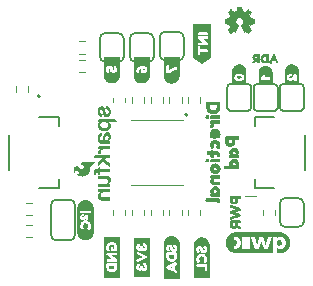
<source format=gbo>
%TF.GenerationSoftware,KiCad,Pcbnew,8.0.6*%
%TF.CreationDate,2024-11-09T20:31:53-07:00*%
%TF.ProjectId,SparkFun_Qwiic_Navigation,53706172-6b46-4756-9e5f-51776969635f,rev?*%
%TF.SameCoordinates,Original*%
%TF.FileFunction,Legend,Bot*%
%TF.FilePolarity,Positive*%
%FSLAX46Y46*%
G04 Gerber Fmt 4.6, Leading zero omitted, Abs format (unit mm)*
G04 Created by KiCad (PCBNEW 8.0.6) date 2024-11-09 20:31:53*
%MOMM*%
%LPD*%
G01*
G04 APERTURE LIST*
%ADD10C,0.120000*%
%ADD11C,0.203200*%
%ADD12C,0.152400*%
%ADD13C,0.000000*%
%ADD14C,0.200000*%
%ADD15C,0.018437*%
G04 APERTURE END LIST*
D10*
%TO.C,R14*%
X6587258Y22112500D02*
X6112742Y22112500D01*
X6587258Y21067500D02*
X6112742Y21067500D01*
%TO.C,R8*%
X12177500Y7382742D02*
X12177500Y7857258D01*
X13222500Y7382742D02*
X13222500Y7857258D01*
D11*
%TO.C,J1*%
X20987500Y15700000D02*
X22637500Y15700000D01*
X20987500Y14950000D02*
X20987500Y15700000D01*
X20987500Y9700000D02*
X20987500Y10450000D01*
X22637500Y9700000D02*
X20987500Y9700000D01*
X25237500Y11200000D02*
X25237500Y14200000D01*
%TO.C,J3*%
X162500Y14200000D02*
X162500Y11200000D01*
X2762500Y15700000D02*
X4412500Y15700000D01*
X4412500Y15700000D02*
X4412500Y14950000D01*
X4412500Y10450000D02*
X4412500Y9700000D01*
X4412500Y9700000D02*
X2762500Y9700000D01*
D12*
%TO.C,JP5*%
X7874000Y20828000D02*
X7874000Y22352000D01*
X9448800Y22809200D02*
X8331200Y22809200D01*
X9448800Y20370800D02*
X8331200Y20370800D01*
X9906000Y22352000D02*
X9906000Y20828000D01*
X7874000Y22352000D02*
G75*
G02*
X8331200Y22809200I457200J0D01*
G01*
X8331200Y20370800D02*
G75*
G02*
X7874000Y20828000I1J457201D01*
G01*
X9448800Y22809200D02*
G75*
G02*
X9906000Y22352000I0J-457200D01*
G01*
X9906000Y20828000D02*
G75*
G02*
X9448800Y20370800I-457201J1D01*
G01*
D10*
%TO.C,C1*%
X9015000Y17285580D02*
X9015000Y17004420D01*
X10035000Y17285580D02*
X10035000Y17004420D01*
D13*
%TO.C,G\u002A\u002A\u002A*%
G36*
X23076886Y5312372D02*
G01*
X23125239Y5306042D01*
X23166840Y5289834D01*
X23204453Y5262752D01*
X23221649Y5245827D01*
X23252287Y5204224D01*
X23272649Y5156320D01*
X23283138Y5100979D01*
X23284153Y5037066D01*
X23281220Y5005485D01*
X23267935Y4948230D01*
X23244964Y4899732D01*
X23212513Y4860278D01*
X23170790Y4830156D01*
X23120000Y4809650D01*
X23111569Y4807640D01*
X23083287Y4803943D01*
X23055838Y4803744D01*
X23030373Y4806729D01*
X22981217Y4819882D01*
X22940307Y4842834D01*
X22906286Y4876485D01*
X22877795Y4921734D01*
X22870534Y4936265D01*
X22860473Y4959142D01*
X22854360Y4979838D01*
X22850875Y5003509D01*
X22848697Y5035312D01*
X22848009Y5071341D01*
X22853508Y5129819D01*
X22868123Y5180061D01*
X22892309Y5223396D01*
X22926526Y5261152D01*
X22936529Y5269708D01*
X22974815Y5294289D01*
X23017029Y5308174D01*
X23066379Y5312540D01*
X23076886Y5312372D01*
G37*
G36*
X22508283Y4877226D02*
G01*
X22508283Y4182796D01*
X20912063Y4184786D01*
X19315843Y4186775D01*
X19251403Y4201595D01*
X19222074Y4208708D01*
X19120610Y4239888D01*
X19028144Y4279600D01*
X18943073Y4328736D01*
X18863792Y4388187D01*
X18788698Y4458846D01*
X18760004Y4489955D01*
X18692843Y4575081D01*
X18638158Y4664677D01*
X18595832Y4759039D01*
X18565745Y4858459D01*
X18547779Y4963234D01*
X18541817Y5073656D01*
X18542157Y5101201D01*
X18549854Y5201391D01*
X18568180Y5296012D01*
X18571369Y5305896D01*
X19225879Y5305896D01*
X19277505Y5305750D01*
X19306582Y5304498D01*
X19344798Y5297164D01*
X19377897Y5281886D01*
X19410175Y5257087D01*
X19440682Y5221052D01*
X19463134Y5176768D01*
X19477325Y5126757D01*
X19483182Y5073419D01*
X19480633Y5019158D01*
X19469604Y4966375D01*
X19450022Y4917473D01*
X19421814Y4874853D01*
X19401920Y4854499D01*
X19370314Y4833704D01*
X19332099Y4821058D01*
X19284612Y4815410D01*
X19225879Y4812602D01*
X19227675Y4678880D01*
X19229471Y4545158D01*
X19292589Y4544196D01*
X19323469Y4544221D01*
X19389026Y4548615D01*
X19423475Y4555124D01*
X19883904Y4555124D01*
X20050004Y4555124D01*
X20216104Y4555124D01*
X20216104Y5063390D01*
X20282544Y5063390D01*
X20282544Y4555124D01*
X20448644Y4555124D01*
X20614744Y4555124D01*
X20614744Y5063390D01*
X20614744Y5567362D01*
X20661252Y5567362D01*
X20661677Y5565909D01*
X20665782Y5554033D01*
X20673970Y5531028D01*
X20685901Y5497833D01*
X20701234Y5455388D01*
X20719627Y5404632D01*
X20740741Y5346507D01*
X20764235Y5281950D01*
X20789767Y5211903D01*
X20816996Y5137305D01*
X20845582Y5059096D01*
X21029913Y4555124D01*
X21196053Y4555132D01*
X21362194Y4555140D01*
X21458099Y4867501D01*
X21461157Y4877450D01*
X21480002Y4938330D01*
X21497713Y4994811D01*
X21513901Y5045706D01*
X21528177Y5089825D01*
X21540155Y5125980D01*
X21549446Y5152983D01*
X21555662Y5169645D01*
X21558415Y5174777D01*
X21558485Y5174678D01*
X21561526Y5166681D01*
X21568052Y5147317D01*
X21577663Y5117838D01*
X21589963Y5079490D01*
X21604551Y5033525D01*
X21621029Y4981190D01*
X21639000Y4923735D01*
X21658064Y4862409D01*
X21753303Y4555124D01*
X21919846Y4555239D01*
X22086389Y4555353D01*
X22270116Y5061843D01*
X22453843Y5568334D01*
X22287190Y5570111D01*
X22266907Y5570303D01*
X22212608Y5570481D01*
X22170894Y5570018D01*
X22141242Y5568897D01*
X22123132Y5567101D01*
X22116042Y5564614D01*
X22115390Y5563025D01*
X22111304Y5550643D01*
X22103996Y5527207D01*
X22093830Y5493928D01*
X22081173Y5452021D01*
X22066389Y5402695D01*
X22049842Y5347165D01*
X22031899Y5286640D01*
X22012925Y5222334D01*
X22004633Y5194236D01*
X21986134Y5132056D01*
X21968820Y5074548D01*
X21953051Y5022867D01*
X21939189Y4978168D01*
X21927594Y4941607D01*
X21918625Y4914341D01*
X21912643Y4897523D01*
X21910008Y4892310D01*
X21908462Y4896201D01*
X21903435Y4911701D01*
X21895432Y4937727D01*
X21884843Y4972962D01*
X21872062Y5016090D01*
X21857480Y5065794D01*
X21841489Y5120756D01*
X21824481Y5179660D01*
X21814623Y5213908D01*
X21797247Y5274183D01*
X21780684Y5331532D01*
X21765407Y5384315D01*
X21751893Y5430891D01*
X21740619Y5469617D01*
X21732058Y5498854D01*
X21726689Y5516960D01*
X21710128Y5571890D01*
X21549839Y5570112D01*
X21389549Y5568334D01*
X21357679Y5458708D01*
X21352023Y5439252D01*
X21324010Y5342927D01*
X21299421Y5258474D01*
X21278020Y5185149D01*
X21259571Y5122203D01*
X21243836Y5068888D01*
X21230580Y5024459D01*
X21219566Y4988167D01*
X21210557Y4959265D01*
X21203318Y4937007D01*
X21197612Y4920645D01*
X21193202Y4909431D01*
X21189853Y4902619D01*
X21187327Y4899461D01*
X21185389Y4899210D01*
X21183802Y4901119D01*
X21182329Y4904441D01*
X21181888Y4905641D01*
X21177760Y4918393D01*
X21170377Y4942311D01*
X21160128Y4976101D01*
X21147400Y5018465D01*
X21132583Y5068108D01*
X21116063Y5123736D01*
X21098229Y5184052D01*
X21079470Y5247761D01*
X20984292Y5571656D01*
X20822772Y5571656D01*
X20789766Y5571565D01*
X20748311Y5571169D01*
X20712929Y5570503D01*
X20685422Y5569614D01*
X20667595Y5568552D01*
X20661252Y5567362D01*
X20614744Y5567362D01*
X20614744Y5571656D01*
X20448644Y5571656D01*
X20282544Y5571656D01*
X20282544Y5063390D01*
X20216104Y5063390D01*
X20216104Y5571656D01*
X20050004Y5571656D01*
X19883904Y5571656D01*
X19883904Y5063390D01*
X19883904Y5060068D01*
X19883904Y4555124D01*
X19423475Y4555124D01*
X19448720Y4559894D01*
X19506933Y4579059D01*
X19568045Y4607111D01*
X19613719Y4633985D01*
X19672275Y4681077D01*
X19721384Y4737309D01*
X19760409Y4802039D01*
X19770424Y4822830D01*
X19786660Y4859803D01*
X19798389Y4893359D01*
X19806306Y4926831D01*
X19811105Y4963550D01*
X19813480Y5006852D01*
X19814124Y5060068D01*
X19813218Y5115264D01*
X19809800Y5164031D01*
X19803124Y5206327D01*
X19792447Y5245590D01*
X19777028Y5285260D01*
X19756124Y5328774D01*
X19745636Y5347659D01*
X19708678Y5399823D01*
X19662951Y5448714D01*
X19611745Y5491091D01*
X19558349Y5523710D01*
X19546500Y5529502D01*
X19491204Y5552686D01*
X19436733Y5568238D01*
X19378651Y5577186D01*
X19312521Y5580554D01*
X19229471Y5581622D01*
X19227675Y5443759D01*
X19225879Y5305896D01*
X18571369Y5305896D01*
X18597781Y5387751D01*
X18639302Y5479293D01*
X18652523Y5503969D01*
X18710621Y5595274D01*
X18778319Y5677625D01*
X18855102Y5750627D01*
X18940454Y5813884D01*
X19033857Y5867003D01*
X19134798Y5909587D01*
X19242759Y5941241D01*
X19247330Y5942261D01*
X19253277Y5943401D01*
X19260196Y5944464D01*
X19268545Y5945450D01*
X19278778Y5946364D01*
X19291353Y5947207D01*
X19306725Y5947984D01*
X19325351Y5948695D01*
X19347686Y5949346D01*
X19374187Y5949937D01*
X19405310Y5950472D01*
X19441511Y5950953D01*
X19483245Y5951384D01*
X19530970Y5951768D01*
X19585142Y5952106D01*
X19646215Y5952402D01*
X19714647Y5952659D01*
X19790894Y5952879D01*
X19875411Y5953066D01*
X19968656Y5953221D01*
X20071083Y5953348D01*
X20183149Y5953450D01*
X20305311Y5953529D01*
X20438024Y5953589D01*
X20581744Y5953631D01*
X20736928Y5953659D01*
X20904031Y5953676D01*
X21083511Y5953684D01*
X21275822Y5953686D01*
X23255733Y5953686D01*
X23327315Y5935504D01*
X23370574Y5923536D01*
X23471597Y5886917D01*
X23564896Y5839870D01*
X23651473Y5781842D01*
X23732331Y5712281D01*
X23803708Y5635868D01*
X23867497Y5549690D01*
X23919317Y5457821D01*
X23959277Y5360033D01*
X23987485Y5256099D01*
X24004052Y5145793D01*
X24007043Y5047665D01*
X23997901Y4946575D01*
X23976891Y4844849D01*
X23944309Y4744478D01*
X23926297Y4701539D01*
X23877911Y4610285D01*
X23818984Y4525824D01*
X23750523Y4448904D01*
X23673534Y4380275D01*
X23589026Y4320687D01*
X23498005Y4270888D01*
X23401479Y4231627D01*
X23300454Y4203655D01*
X23195937Y4187719D01*
X23188695Y4187273D01*
X23167538Y4186533D01*
X23136688Y4185811D01*
X23098373Y4185150D01*
X23054816Y4184592D01*
X23008244Y4184177D01*
X22847127Y4183060D01*
X22847127Y4431519D01*
X22847127Y4679977D01*
X22886475Y4641475D01*
X22894851Y4633546D01*
X22948083Y4593666D01*
X23008265Y4564980D01*
X23074973Y4547649D01*
X23147783Y4541836D01*
X23216736Y4546011D01*
X23292919Y4561806D01*
X23365359Y4589706D01*
X23421762Y4623076D01*
X23476030Y4669196D01*
X23522769Y4724620D01*
X23560322Y4787664D01*
X23574983Y4819020D01*
X23591260Y4859929D01*
X23603238Y4900449D01*
X23612192Y4945138D01*
X23619398Y4998551D01*
X23623061Y5054988D01*
X23620299Y5130248D01*
X23609570Y5204518D01*
X23591433Y5274223D01*
X23566450Y5335794D01*
X23529021Y5398407D01*
X23480021Y5456647D01*
X23422606Y5504879D01*
X23357408Y5542581D01*
X23285056Y5569229D01*
X23284082Y5569496D01*
X23245988Y5576806D01*
X23200548Y5580861D01*
X23151821Y5581718D01*
X23103867Y5579432D01*
X23060745Y5574060D01*
X23026515Y5565658D01*
X22991327Y5551706D01*
X22933859Y5519460D01*
X22882008Y5476555D01*
X22847127Y5442552D01*
X22847127Y5507104D01*
X22847127Y5571656D01*
X22677705Y5571656D01*
X22508283Y5571656D01*
X22508283Y5568334D01*
X22508283Y4877226D01*
G37*
D12*
%TO.C,JP7*%
X10414000Y20828000D02*
X10414000Y22352000D01*
X11988800Y22809200D02*
X10871200Y22809200D01*
X11988800Y20370800D02*
X10871200Y20370800D01*
X12446000Y22352000D02*
X12446000Y20828000D01*
X10414000Y22352000D02*
G75*
G02*
X10871200Y22809200I457200J0D01*
G01*
X10871200Y20370800D02*
G75*
G02*
X10414000Y20828000I1J457201D01*
G01*
X11988800Y22809200D02*
G75*
G02*
X12446000Y22352000I0J-457200D01*
G01*
X12446000Y20828000D02*
G75*
G02*
X11988800Y20370800I-457201J1D01*
G01*
D10*
%TO.C,U4*%
X10500000Y15435000D02*
X12700000Y15435000D01*
X10500000Y9965000D02*
X12700000Y9965000D01*
X14900000Y15435000D02*
X12700000Y15435000D01*
X14900000Y9965000D02*
X12700000Y9965000D01*
D14*
X15300000Y15900000D02*
G75*
G02*
X15100000Y15900000I-100000J0D01*
G01*
X15100000Y15900000D02*
G75*
G02*
X15300000Y15900000I100000J0D01*
G01*
D12*
%TO.C,JP1*%
X18669000Y16510000D02*
X18669000Y18237200D01*
X20447000Y18491200D02*
X18923000Y18491200D01*
X20447000Y16256000D02*
X18923000Y16256000D01*
X20701000Y18237200D02*
X20701000Y16510000D01*
X18669000Y18237200D02*
G75*
G02*
X18923000Y18491200I254000J0D01*
G01*
X18923000Y16256000D02*
G75*
G02*
X18669000Y16510000I0J254000D01*
G01*
X20447000Y18491200D02*
G75*
G02*
X20701000Y18237200I0J-254000D01*
G01*
X20701000Y16510000D02*
G75*
G02*
X20447000Y16256000I-254000J0D01*
G01*
D13*
%TO.C,kibuzzard-66F18F8F*%
G36*
X11651459Y19810536D02*
G01*
X11668197Y19750021D01*
X11652103Y19688219D01*
X11599957Y19668906D01*
X11554249Y19689506D01*
X11536867Y19742296D01*
X11553605Y19805386D01*
X11597382Y19828562D01*
X11651459Y19810536D01*
G37*
G36*
X12102961Y19435858D02*
G01*
X12102961Y19221266D01*
X12099721Y19155304D01*
X12090031Y19089978D01*
X12073984Y19025916D01*
X12051735Y18963735D01*
X12023499Y18904034D01*
X11989547Y18847389D01*
X11950206Y18794344D01*
X11905856Y18745411D01*
X11856922Y18701060D01*
X11803877Y18661719D01*
X11747232Y18627767D01*
X11687531Y18599531D01*
X11625350Y18577282D01*
X11561288Y18561235D01*
X11495962Y18551545D01*
X11430000Y18548305D01*
X11364038Y18551545D01*
X11298712Y18561235D01*
X11234650Y18577282D01*
X11172469Y18599531D01*
X11112768Y18627767D01*
X11056123Y18661719D01*
X11003078Y18701060D01*
X10954144Y18745411D01*
X10909794Y18794344D01*
X10870453Y18847389D01*
X10836501Y18904034D01*
X10808265Y18963735D01*
X10786016Y19025916D01*
X10769969Y19089978D01*
X10760279Y19155304D01*
X10757039Y19221266D01*
X10757039Y19435858D01*
X10757039Y19573627D01*
X10971631Y19573627D01*
X10974206Y19530494D01*
X10987082Y19496373D01*
X11022489Y19468691D01*
X11090086Y19460322D01*
X11157039Y19469335D01*
X11193090Y19498948D01*
X11205322Y19534356D01*
X11207253Y19578777D01*
X11217554Y19663594D01*
X11248455Y19727489D01*
X11291588Y19773358D01*
X11338584Y19804099D01*
X11325708Y19735858D01*
X11334649Y19658677D01*
X11361474Y19588505D01*
X11406180Y19525343D01*
X11462761Y19475629D01*
X11525207Y19445801D01*
X11593519Y19435858D01*
X11671702Y19445801D01*
X11741445Y19475629D01*
X11802747Y19525343D01*
X11850315Y19589506D01*
X11878856Y19662682D01*
X11888369Y19744871D01*
X11877425Y19838934D01*
X11844592Y19918548D01*
X11789871Y19983712D01*
X11715980Y20031996D01*
X11625637Y20060966D01*
X11518841Y20070622D01*
X11425159Y20065112D01*
X11338790Y20048579D01*
X11259734Y20021026D01*
X11187991Y19982451D01*
X11123562Y19932854D01*
X11057092Y19858739D01*
X11009614Y19774163D01*
X10981127Y19679126D01*
X10971631Y19573627D01*
X10757039Y19573627D01*
X10757039Y20070622D01*
X10757039Y20821695D01*
X12102961Y20821695D01*
X12102961Y20070622D01*
X12102961Y19744871D01*
X12102961Y19435858D01*
G37*
%TO.C,kibuzzard-66EF7B7C*%
G36*
X19664592Y12626609D02*
G01*
X19618240Y12544635D01*
X19664592Y12496137D01*
X19680043Y12398712D01*
X19668026Y12309442D01*
X19629399Y12261373D01*
X19583906Y12245064D01*
X19525536Y12242489D01*
X18967597Y12242489D01*
X18910086Y12245064D01*
X18862876Y12261373D01*
X18823391Y12308584D01*
X18811373Y12396996D01*
X18828970Y12500858D01*
X18881760Y12544635D01*
X18830258Y12624034D01*
X18819811Y12685408D01*
X19122103Y12685408D01*
X19158155Y12598712D01*
X19245708Y12563519D01*
X19332403Y12598712D01*
X19369313Y12681974D01*
X19332403Y12772103D01*
X19247425Y12810730D01*
X19159871Y12773820D01*
X19122103Y12685408D01*
X18819811Y12685408D01*
X18813090Y12724893D01*
X18827778Y12823319D01*
X18871841Y12914878D01*
X18945279Y12999571D01*
X19037220Y13067287D01*
X19136791Y13107916D01*
X19243991Y13121459D01*
X19354053Y13108011D01*
X19455341Y13067668D01*
X19547854Y13000429D01*
X19621292Y12916023D01*
X19665355Y12824177D01*
X19680043Y12724893D01*
X19673296Y12681974D01*
X19664592Y12626609D01*
G37*
G36*
X19360730Y13610730D02*
G01*
X19353863Y13540558D01*
X19333262Y13467382D01*
X19299785Y13394421D01*
X19254292Y13324893D01*
X19193991Y13263305D01*
X19116094Y13214163D01*
X19024464Y13181974D01*
X18922961Y13171245D01*
X18821030Y13182189D01*
X18728112Y13215021D01*
X18648927Y13264592D01*
X18588197Y13325751D01*
X18542704Y13394421D01*
X18509227Y13466524D01*
X18488627Y13539056D01*
X18481760Y13609013D01*
X18481760Y13794421D01*
X18795923Y13794421D01*
X18795923Y13610730D01*
X18831974Y13520601D01*
X18921245Y13483691D01*
X19015665Y13524034D01*
X19046567Y13609013D01*
X19046567Y13794421D01*
X18795923Y13794421D01*
X18481760Y13794421D01*
X18481760Y13950644D01*
X18493777Y14041631D01*
X18533262Y14089700D01*
X18580472Y14106009D01*
X18637983Y14108584D01*
X19523820Y14108584D01*
X19583047Y14106009D01*
X19630258Y14089700D01*
X19669742Y14041631D01*
X19681760Y13952361D01*
X19669742Y13861373D01*
X19631116Y13813305D01*
X19584764Y13796996D01*
X19525536Y13794421D01*
X19360730Y13794421D01*
X19360730Y13610730D01*
G37*
G36*
X19664592Y11669957D02*
G01*
X19618240Y11586695D01*
X19665880Y11537768D01*
X19681760Y11445923D01*
X19669742Y11357511D01*
X19630258Y11310300D01*
X19583047Y11293991D01*
X19525536Y11291416D01*
X18572747Y11291416D01*
X18515236Y11293991D01*
X18468884Y11310300D01*
X18430258Y11357511D01*
X18418240Y11447639D01*
X18426824Y11522318D01*
X18450858Y11566953D01*
X18486910Y11589270D01*
X18529828Y11596137D01*
X18574464Y11595279D01*
X18869742Y11595279D01*
X18827253Y11674678D01*
X18819040Y11729185D01*
X19123820Y11729185D01*
X19159871Y11641631D01*
X19247425Y11605579D01*
X19334120Y11641631D01*
X19371030Y11727468D01*
X19334120Y11815021D01*
X19247425Y11852790D01*
X19159871Y11816738D01*
X19123820Y11729185D01*
X18819040Y11729185D01*
X18813090Y11768670D01*
X18827778Y11867096D01*
X18871841Y11958655D01*
X18945279Y12043348D01*
X19037220Y12111063D01*
X19136791Y12151693D01*
X19243991Y12165236D01*
X19354053Y12151788D01*
X19455341Y12111445D01*
X19547854Y12044206D01*
X19621292Y11959800D01*
X19665355Y11867954D01*
X19680043Y11768670D01*
X19673594Y11727468D01*
X19664592Y11669957D01*
G37*
%TO.C,kibuzzard-66F182A6*%
G36*
X7350118Y7390579D02*
G01*
X7350118Y6490579D01*
X7350118Y6178991D01*
X7350118Y5964399D01*
X7346831Y5897491D01*
X7337002Y5831227D01*
X7320725Y5766246D01*
X7298157Y5703173D01*
X7269515Y5642615D01*
X7235076Y5585157D01*
X7195171Y5531351D01*
X7150184Y5481715D01*
X7100548Y5436728D01*
X7046742Y5396823D01*
X6989284Y5362384D01*
X6928727Y5333742D01*
X6865654Y5311174D01*
X6800672Y5294897D01*
X6734408Y5285068D01*
X6667500Y5281781D01*
X6600592Y5285068D01*
X6534328Y5294897D01*
X6469346Y5311174D01*
X6406273Y5333742D01*
X6345716Y5362384D01*
X6288258Y5396823D01*
X6234452Y5436728D01*
X6184816Y5481715D01*
X6139829Y5531351D01*
X6099924Y5585157D01*
X6065485Y5642615D01*
X6036843Y5703173D01*
X6014275Y5766246D01*
X5997998Y5831227D01*
X5988169Y5897491D01*
X5984882Y5964399D01*
X5984882Y6178991D01*
X5984882Y6486717D01*
X6212350Y6486717D01*
X6220361Y6410036D01*
X6244396Y6331066D01*
X6284453Y6249807D01*
X6308916Y6215043D01*
X6335955Y6191223D01*
X6374582Y6178991D01*
X6446685Y6207318D01*
X6498830Y6255601D01*
X6516212Y6300021D01*
X6486599Y6369549D01*
X6480805Y6377918D01*
X6473723Y6388863D01*
X6466642Y6401094D01*
X6460204Y6418476D01*
X6455054Y6439077D01*
X6450547Y6464828D01*
X6449260Y6495730D01*
X6462135Y6569120D01*
X6500118Y6641867D01*
X6570290Y6699163D01*
X6618573Y6715579D01*
X6673294Y6721052D01*
X6743627Y6711234D01*
X6802693Y6681781D01*
X6847918Y6640097D01*
X6876727Y6593584D01*
X6897328Y6495730D01*
X6886706Y6427811D01*
X6854839Y6363112D01*
X6829088Y6298734D01*
X6847436Y6254957D01*
X6902479Y6208605D01*
X6977157Y6180279D01*
X7024152Y6198305D01*
X7063423Y6251094D01*
X7103480Y6327489D01*
X7127514Y6407318D01*
X7135526Y6490579D01*
X7131663Y6545139D01*
X7120075Y6603240D01*
X7099313Y6664077D01*
X7067929Y6726846D01*
X7027371Y6787200D01*
X6979088Y6840794D01*
X6919700Y6886663D01*
X6845826Y6923841D01*
X6760526Y6948466D01*
X6666856Y6956674D01*
X6576727Y6948627D01*
X6494324Y6924485D01*
X6422704Y6887790D01*
X6364925Y6842082D01*
X6317929Y6788487D01*
X6278659Y6728133D01*
X6248240Y6665043D01*
X6227800Y6603240D01*
X6216212Y6543530D01*
X6212350Y6486717D01*
X5984882Y6486717D01*
X5984882Y7252811D01*
X6199474Y7252811D01*
X6217661Y7155601D01*
X6272221Y7075129D01*
X6353498Y7021052D01*
X6451835Y7003026D01*
X6528802Y7017189D01*
X6600046Y7059678D01*
X6665569Y7130494D01*
X6665569Y7063541D01*
X6667500Y7035215D01*
X6677800Y7010107D01*
X6708058Y6987575D01*
X6765998Y6979850D01*
X6822006Y6986931D01*
X6851620Y7008820D01*
X6861921Y7033927D01*
X6863852Y7063541D01*
X6863852Y7390579D01*
X6835526Y7470408D01*
X6758273Y7500021D01*
X6686491Y7481030D01*
X6625655Y7424056D01*
X6600547Y7387682D01*
X6569002Y7332639D01*
X6535365Y7276148D01*
X6503981Y7235429D01*
X6435097Y7202597D01*
X6424796Y7205815D01*
X6407414Y7221266D01*
X6397758Y7251524D01*
X6411921Y7285644D01*
X6435097Y7299807D01*
X6450547Y7301738D01*
X6485955Y7304957D01*
X6516212Y7318476D01*
X6539388Y7351309D01*
X6547114Y7408605D01*
X6538101Y7461395D01*
X6511062Y7489721D01*
X6481448Y7499378D01*
X6450547Y7501309D01*
X6353981Y7483283D01*
X6272865Y7429206D01*
X6217822Y7349056D01*
X6199474Y7252811D01*
X5984882Y7252811D01*
X5984882Y7672554D01*
X6221363Y7672554D01*
X6230376Y7605601D01*
X6259989Y7569549D01*
X6295397Y7557318D01*
X6339818Y7555386D01*
X7005483Y7555386D01*
X7049903Y7557318D01*
X7084667Y7569549D01*
X7113637Y7605601D01*
X7122650Y7673841D01*
X7113637Y7740794D01*
X7084024Y7776846D01*
X7048616Y7789077D01*
X7004195Y7791009D01*
X6338530Y7791009D01*
X6295397Y7789077D01*
X6259989Y7776846D01*
X6230376Y7740794D01*
X6221363Y7672554D01*
X5984882Y7672554D01*
X5984882Y7791009D01*
X5984882Y8005601D01*
X5988169Y8072509D01*
X5997998Y8138773D01*
X6014275Y8203754D01*
X6036843Y8266827D01*
X6065485Y8327385D01*
X6099924Y8384843D01*
X6139829Y8438649D01*
X6184816Y8488285D01*
X6234452Y8533272D01*
X6288258Y8573177D01*
X6345716Y8607616D01*
X6406273Y8636258D01*
X6469346Y8658826D01*
X6534328Y8675103D01*
X6600592Y8684932D01*
X6667500Y8688219D01*
X6734408Y8684932D01*
X6800672Y8675103D01*
X6865654Y8658826D01*
X6928727Y8636258D01*
X6989284Y8607616D01*
X7046742Y8573177D01*
X7100548Y8533272D01*
X7150184Y8488285D01*
X7195171Y8438649D01*
X7235076Y8384843D01*
X7269515Y8327385D01*
X7298157Y8266827D01*
X7320725Y8203754D01*
X7337002Y8138773D01*
X7346831Y8072509D01*
X7350118Y8005601D01*
X7350118Y7791009D01*
X7350118Y7673841D01*
X7350118Y7390579D01*
G37*
%TO.C,kibuzzard-66EF7A03*%
G36*
X24728188Y18756532D02*
G01*
X24728188Y18565783D01*
X23531812Y18565783D01*
X23531812Y18756532D01*
X23531812Y19082712D01*
X23722561Y19082712D01*
X23732353Y19003742D01*
X23761728Y18933165D01*
X23810687Y18870981D01*
X23873634Y18822658D01*
X23944974Y18793664D01*
X24024707Y18784000D01*
X24082504Y18789579D01*
X24136867Y18806317D01*
X24185508Y18832211D01*
X24226137Y18865259D01*
X24286223Y18935073D01*
X24326853Y19003742D01*
X24326853Y18860681D01*
X24329142Y18821196D01*
X24340587Y18790294D01*
X24372632Y18764543D01*
X24433290Y18756532D01*
X24492232Y18764543D01*
X24523705Y18790867D01*
X24535150Y18823485D01*
X24537439Y18862970D01*
X24537439Y19276131D01*
X24505966Y19349379D01*
X24431001Y19380280D01*
X24372918Y19369980D01*
X24319986Y19339078D01*
X24279213Y19299307D01*
X24237010Y19244086D01*
X24197668Y19183714D01*
X24165479Y19128492D01*
X24133433Y19078850D01*
X24094521Y19035216D01*
X24051602Y19004744D01*
X24007539Y18994586D01*
X23977210Y18998592D01*
X23947454Y19023771D01*
X23932003Y19081568D01*
X23955751Y19148521D01*
X24026996Y19170838D01*
X24063619Y19172555D01*
X24092804Y19183428D01*
X24116838Y19215473D01*
X24124278Y19276131D01*
X24116266Y19335645D01*
X24089943Y19367691D01*
X24058469Y19378563D01*
X24018984Y19380280D01*
X23945864Y19371124D01*
X23877576Y19343656D01*
X23814120Y19297877D01*
X23763254Y19237346D01*
X23732734Y19165624D01*
X23722561Y19082712D01*
X23531812Y19082712D01*
X23531812Y19380280D01*
X23531812Y19571029D01*
X23534693Y19629662D01*
X23543306Y19687730D01*
X23557570Y19744674D01*
X23577346Y19799945D01*
X23602445Y19853013D01*
X23632625Y19903364D01*
X23667595Y19950515D01*
X23707017Y19994012D01*
X23750514Y20033434D01*
X23797665Y20068404D01*
X23848016Y20098583D01*
X23901083Y20123682D01*
X23956355Y20143459D01*
X24013299Y20157723D01*
X24071367Y20166336D01*
X24130000Y20169217D01*
X24188633Y20166336D01*
X24246701Y20157723D01*
X24303645Y20143459D01*
X24358917Y20123682D01*
X24411984Y20098583D01*
X24462335Y20068404D01*
X24509486Y20033434D01*
X24552983Y19994012D01*
X24592405Y19950515D01*
X24627375Y19903364D01*
X24657555Y19853013D01*
X24682654Y19799945D01*
X24702430Y19744674D01*
X24716694Y19687730D01*
X24725307Y19629662D01*
X24728188Y19571029D01*
X24728188Y19380280D01*
X24728188Y19276131D01*
X24728188Y18756532D01*
G37*
D10*
%TO.C,R12*%
X9002500Y7382742D02*
X9002500Y7857258D01*
X10047500Y7382742D02*
X10047500Y7857258D01*
%TO.C,R13*%
X1667742Y6555000D02*
X2142258Y6555000D01*
X1667742Y5510000D02*
X2142258Y5510000D01*
D13*
%TO.C,kibuzzard-66EF7B15*%
G36*
X12111974Y3861073D02*
G01*
X12111974Y3033176D01*
X12111974Y2685536D01*
X12111974Y2149056D01*
X10748026Y2149056D01*
X10748026Y2685536D01*
X10748026Y3033176D01*
X10967768Y3033176D01*
X10977496Y2939542D01*
X11006681Y2859499D01*
X11055322Y2793047D01*
X11115837Y2743333D01*
X11180644Y2713505D01*
X11249742Y2703562D01*
X11344056Y2725773D01*
X11408112Y2792403D01*
X11477639Y2720300D01*
X11529142Y2694227D01*
X11590944Y2685536D01*
X11674278Y2696481D01*
X11747454Y2729313D01*
X11810472Y2784034D01*
X11858755Y2855494D01*
X11887725Y2938541D01*
X11897382Y3033176D01*
X11887725Y3121159D01*
X11858755Y3201416D01*
X11810472Y3273948D01*
X11749456Y3331173D01*
X11682289Y3365508D01*
X11608970Y3376953D01*
X11548133Y3344764D01*
X11527854Y3248197D01*
X11542017Y3177382D01*
X11602532Y3140043D01*
X11609614Y3137468D01*
X11625064Y3127811D01*
X11644378Y3108498D01*
X11659828Y3077597D01*
X11666910Y3031888D01*
X11646953Y2951416D01*
X11593519Y2921159D01*
X11537511Y2945944D01*
X11518841Y3020300D01*
X11518841Y3055708D01*
X11513047Y3085322D01*
X11496953Y3114292D01*
X11463476Y3129742D01*
X11406824Y3137468D01*
X11342446Y3129099D01*
X11308970Y3102060D01*
X11298026Y3069227D01*
X11296094Y3028026D01*
X11296094Y3019013D01*
X11287725Y2959142D01*
X11254893Y2940472D01*
X11210472Y2961717D01*
X11194378Y3020300D01*
X11207253Y3075665D01*
X11245880Y3113004D01*
X11298956Y3152203D01*
X11313977Y3206280D01*
X11290944Y3275236D01*
X11220129Y3338970D01*
X11131288Y3320300D01*
X11126781Y3318369D01*
X11112618Y3311288D01*
X11091373Y3298412D01*
X11065622Y3277811D01*
X11037940Y3249485D01*
X11011545Y3211502D01*
X10989013Y3163863D01*
X10973562Y3104635D01*
X10967768Y3033176D01*
X10748026Y3033176D01*
X10748026Y4126309D01*
X10975494Y4126309D01*
X11048884Y4067082D01*
X11549742Y3863648D01*
X11048884Y3660215D01*
X10976137Y3599700D01*
X10994807Y3504421D01*
X11056609Y3430386D01*
X11145451Y3445193D01*
X11816266Y3750343D01*
X11863262Y3794764D01*
X11880644Y3861073D01*
X11864549Y3933176D01*
X11816266Y3976953D01*
X11145451Y4282103D01*
X11055966Y4294979D01*
X10994807Y4222876D01*
X10975494Y4126309D01*
X10748026Y4126309D01*
X10748026Y4697983D01*
X10967768Y4697983D01*
X10977496Y4604349D01*
X11006681Y4524306D01*
X11055322Y4457854D01*
X11115837Y4408140D01*
X11180644Y4378312D01*
X11249742Y4368369D01*
X11344056Y4390579D01*
X11408112Y4457210D01*
X11477639Y4385107D01*
X11529142Y4359034D01*
X11590944Y4350343D01*
X11674278Y4361288D01*
X11747454Y4394120D01*
X11810472Y4448841D01*
X11858755Y4520300D01*
X11887725Y4603348D01*
X11897382Y4697983D01*
X11887725Y4785966D01*
X11858755Y4866223D01*
X11810472Y4938755D01*
X11749456Y4995980D01*
X11682289Y5030315D01*
X11608970Y5041760D01*
X11548133Y5009571D01*
X11527854Y4913004D01*
X11542017Y4842189D01*
X11602532Y4804850D01*
X11609614Y4802275D01*
X11625064Y4792618D01*
X11644378Y4773305D01*
X11659828Y4742403D01*
X11666910Y4696695D01*
X11646953Y4616223D01*
X11593519Y4585966D01*
X11537511Y4610751D01*
X11518841Y4685107D01*
X11518841Y4720515D01*
X11513047Y4750129D01*
X11496953Y4779099D01*
X11463476Y4794549D01*
X11406824Y4802275D01*
X11342446Y4793906D01*
X11308970Y4766867D01*
X11298026Y4734034D01*
X11296094Y4692833D01*
X11296094Y4683820D01*
X11287725Y4623948D01*
X11254893Y4605279D01*
X11210472Y4626524D01*
X11194378Y4685107D01*
X11207253Y4740472D01*
X11245880Y4777811D01*
X11298956Y4817010D01*
X11313977Y4871087D01*
X11290944Y4940043D01*
X11220129Y5003777D01*
X11131288Y4985107D01*
X11126781Y4983176D01*
X11112618Y4976094D01*
X11091373Y4963219D01*
X11065622Y4942618D01*
X11037940Y4914292D01*
X11011545Y4876309D01*
X10989013Y4828670D01*
X10973562Y4769442D01*
X10967768Y4697983D01*
X10748026Y4697983D01*
X10748026Y5041760D01*
X10748026Y5470944D01*
X12111974Y5470944D01*
X12111974Y5041760D01*
X12111974Y4697983D01*
X12111974Y3861073D01*
G37*
%TO.C,G\u002A\u002A\u002A*%
G36*
X8781481Y12216887D02*
G01*
X8424019Y12216887D01*
X8317413Y12106377D01*
X8781481Y11821318D01*
X8781481Y11475846D01*
X8124833Y11911660D01*
X7742927Y11519808D01*
X7742927Y11857288D01*
X8116747Y12216887D01*
X7347265Y12216887D01*
X7503689Y12502132D01*
X8781481Y12502132D01*
X8781481Y12216887D01*
G37*
G36*
X8781515Y12996079D02*
G01*
X8313543Y12996079D01*
X8279333Y12995237D01*
X8246137Y12992644D01*
X8214120Y12988196D01*
X8198605Y12985244D01*
X8183446Y12981790D01*
X8168665Y12977822D01*
X8154281Y12973325D01*
X8140315Y12968287D01*
X8126788Y12962696D01*
X8113720Y12956539D01*
X8101132Y12949802D01*
X8089044Y12942473D01*
X8077477Y12934539D01*
X8066452Y12925987D01*
X8055990Y12916804D01*
X8046110Y12906978D01*
X8036833Y12896496D01*
X8028180Y12885344D01*
X8020172Y12873510D01*
X8012828Y12860982D01*
X8006171Y12847745D01*
X8000219Y12833788D01*
X7994995Y12819098D01*
X7990517Y12803661D01*
X7986808Y12787465D01*
X7983887Y12770496D01*
X7981775Y12752743D01*
X7980493Y12734193D01*
X7980061Y12714831D01*
X7980252Y12701681D01*
X7980804Y12688069D01*
X7981688Y12674274D01*
X7982872Y12660575D01*
X7984327Y12647251D01*
X7986021Y12634580D01*
X7987924Y12622841D01*
X7990006Y12612314D01*
X7724930Y12612314D01*
X7722817Y12619851D01*
X7720891Y12627419D01*
X7719181Y12635042D01*
X7717715Y12642742D01*
X7716524Y12650542D01*
X7715637Y12658465D01*
X7715316Y12662480D01*
X7715083Y12666534D01*
X7714940Y12670631D01*
X7714892Y12674772D01*
X7715155Y12688105D01*
X7715938Y12701379D01*
X7717233Y12714580D01*
X7719029Y12727696D01*
X7721318Y12740712D01*
X7724090Y12753617D01*
X7727337Y12766396D01*
X7731050Y12779036D01*
X7735218Y12791525D01*
X7739833Y12803848D01*
X7744886Y12815992D01*
X7750368Y12827944D01*
X7756269Y12839691D01*
X7762580Y12851219D01*
X7769293Y12862516D01*
X7776398Y12873568D01*
X7783885Y12884361D01*
X7791746Y12894882D01*
X7799972Y12905119D01*
X7808553Y12915057D01*
X7817480Y12924683D01*
X7826744Y12933985D01*
X7836337Y12942948D01*
X7846248Y12951561D01*
X7856468Y12959808D01*
X7866989Y12967677D01*
X7877802Y12975155D01*
X7888896Y12982229D01*
X7900264Y12988884D01*
X7911895Y12995108D01*
X7923781Y13000888D01*
X7935912Y13006210D01*
X7935912Y13010114D01*
X7742961Y13010114D01*
X7791385Y13281324D01*
X8781515Y13281324D01*
X8781515Y12996079D01*
G37*
G36*
X7933767Y11302271D02*
G01*
X8781601Y11302271D01*
X8781601Y11017026D01*
X7933767Y11017026D01*
X7933767Y10820264D01*
X7742954Y10820264D01*
X7742954Y11017026D01*
X7680774Y11017026D01*
X7665198Y11016668D01*
X7650861Y11015575D01*
X7644148Y11014745D01*
X7637732Y11013722D01*
X7631610Y11012501D01*
X7625778Y11011081D01*
X7620231Y11009457D01*
X7614966Y11007626D01*
X7609978Y11005586D01*
X7605264Y11003332D01*
X7600820Y11000862D01*
X7596640Y10998171D01*
X7592723Y10995258D01*
X7589062Y10992117D01*
X7585655Y10988747D01*
X7582496Y10985144D01*
X7579583Y10981305D01*
X7576911Y10977226D01*
X7574477Y10972903D01*
X7572275Y10968335D01*
X7570302Y10963517D01*
X7568553Y10958446D01*
X7567026Y10953118D01*
X7565716Y10947531D01*
X7564618Y10941682D01*
X7563729Y10935566D01*
X7563044Y10929181D01*
X7562560Y10922523D01*
X7562178Y10908375D01*
X7562270Y10895553D01*
X7562548Y10882566D01*
X7563016Y10869465D01*
X7563677Y10856303D01*
X7564533Y10843133D01*
X7565589Y10830006D01*
X7566848Y10816975D01*
X7568312Y10804092D01*
X7355285Y10804092D01*
X7354381Y10822304D01*
X7353213Y10840846D01*
X7350557Y10878610D01*
X7349306Y10897675D01*
X7348266Y10916757D01*
X7347555Y10935779D01*
X7347292Y10954661D01*
X7347672Y10976159D01*
X7348803Y10996964D01*
X7350672Y11017076D01*
X7353264Y11036497D01*
X7356565Y11055227D01*
X7360562Y11073266D01*
X7365240Y11090616D01*
X7370586Y11107277D01*
X7376585Y11123249D01*
X7383224Y11138534D01*
X7390488Y11153132D01*
X7398364Y11167044D01*
X7406837Y11180271D01*
X7415895Y11192813D01*
X7425522Y11204671D01*
X7435705Y11215845D01*
X7446429Y11226337D01*
X7457682Y11236147D01*
X7469449Y11245275D01*
X7481716Y11253723D01*
X7494468Y11261492D01*
X7507693Y11268581D01*
X7521376Y11274991D01*
X7535503Y11280724D01*
X7550061Y11285780D01*
X7565034Y11290159D01*
X7580410Y11293863D01*
X7596174Y11296892D01*
X7612313Y11299246D01*
X7628812Y11300927D01*
X7645658Y11301935D01*
X7662836Y11302271D01*
X7742954Y11302271D01*
X7742954Y11389174D01*
X7933767Y11583612D01*
X7933767Y11302271D01*
G37*
G36*
X8781579Y9322839D02*
G01*
X8237301Y9322839D01*
X8199192Y9322059D01*
X8181214Y9321078D01*
X8163946Y9319698D01*
X8147379Y9317913D01*
X8131507Y9315721D01*
X8116324Y9313117D01*
X8101821Y9310097D01*
X8087991Y9306657D01*
X8074829Y9302793D01*
X8062327Y9298500D01*
X8050478Y9293774D01*
X8039275Y9288612D01*
X8028711Y9283010D01*
X8018779Y9276962D01*
X8009472Y9270465D01*
X8000783Y9263516D01*
X7992706Y9256109D01*
X7985232Y9248241D01*
X7978356Y9239907D01*
X7972070Y9231104D01*
X7966367Y9221827D01*
X7961240Y9212072D01*
X7956683Y9201835D01*
X7952688Y9191112D01*
X7949248Y9179899D01*
X7946356Y9168192D01*
X7944006Y9155987D01*
X7942191Y9143278D01*
X7940902Y9130064D01*
X7940135Y9116338D01*
X7939880Y9102098D01*
X7940127Y9089749D01*
X7940870Y9077897D01*
X7942107Y9066535D01*
X7943840Y9055656D01*
X7946069Y9045253D01*
X7948795Y9035319D01*
X7952017Y9025849D01*
X7955736Y9016833D01*
X7959953Y9008267D01*
X7964667Y9000142D01*
X7969880Y8992452D01*
X7975591Y8985191D01*
X7981802Y8978351D01*
X7988512Y8971925D01*
X7995721Y8965906D01*
X8003431Y8960288D01*
X8011641Y8955064D01*
X8020352Y8950227D01*
X8029564Y8945770D01*
X8039278Y8941686D01*
X8060211Y8934609D01*
X8083156Y8928943D01*
X8108115Y8924631D01*
X8135090Y8921620D01*
X8164086Y8919853D01*
X8195104Y8919277D01*
X8781579Y8919277D01*
X8781579Y8634033D01*
X8142684Y8634033D01*
X8095529Y8634964D01*
X8050521Y8637904D01*
X8007781Y8643074D01*
X7967434Y8650694D01*
X7948196Y8655492D01*
X7929603Y8660986D01*
X7911671Y8667203D01*
X7894413Y8674170D01*
X7877847Y8681915D01*
X7861987Y8690466D01*
X7846849Y8699850D01*
X7832449Y8710095D01*
X7818802Y8721229D01*
X7805922Y8733279D01*
X7793827Y8746273D01*
X7782531Y8760237D01*
X7772050Y8775201D01*
X7762399Y8791191D01*
X7753594Y8808235D01*
X7745650Y8826361D01*
X7738582Y8845596D01*
X7732407Y8865968D01*
X7727139Y8887504D01*
X7722795Y8910232D01*
X7719389Y8934179D01*
X7716937Y8959374D01*
X7715454Y8985843D01*
X7714956Y9013615D01*
X7715595Y9036283D01*
X7717520Y9058955D01*
X7720746Y9081551D01*
X7725288Y9103988D01*
X7731159Y9126185D01*
X7738375Y9148058D01*
X7746950Y9169528D01*
X7756897Y9190510D01*
X7768233Y9210924D01*
X7780970Y9230688D01*
X7787869Y9240300D01*
X7795124Y9249719D01*
X7802737Y9258934D01*
X7810709Y9267935D01*
X7819042Y9276713D01*
X7827739Y9285256D01*
X7836800Y9293554D01*
X7846229Y9301597D01*
X7856026Y9309376D01*
X7866193Y9316879D01*
X7876732Y9324096D01*
X7887646Y9331018D01*
X7887646Y9337153D01*
X7743025Y9337153D01*
X7743025Y9608270D01*
X8781579Y9608270D01*
X8781579Y9322839D01*
G37*
G36*
X8429052Y10739186D02*
G01*
X8474072Y10736245D01*
X8516820Y10731076D01*
X8557172Y10723455D01*
X8576411Y10718657D01*
X8595004Y10713163D01*
X8612937Y10706947D01*
X8630194Y10699980D01*
X8646759Y10692235D01*
X8662618Y10683684D01*
X8677754Y10674299D01*
X8692152Y10664054D01*
X8705797Y10652920D01*
X8718674Y10640870D01*
X8730767Y10627877D01*
X8742060Y10613912D01*
X8752538Y10598948D01*
X8762186Y10582958D01*
X8770988Y10565914D01*
X8778930Y10547789D01*
X8785994Y10528554D01*
X8792167Y10508182D01*
X8797433Y10486646D01*
X8801775Y10463918D01*
X8805180Y10439970D01*
X8807631Y10414775D01*
X8809112Y10388306D01*
X8809610Y10360534D01*
X8808971Y10337881D01*
X8807046Y10315217D01*
X8803819Y10292625D01*
X8799277Y10270187D01*
X8793404Y10247987D01*
X8786186Y10226107D01*
X8777609Y10204630D01*
X8767657Y10183639D01*
X8756317Y10163216D01*
X8743573Y10143445D01*
X8736671Y10133830D01*
X8729412Y10124408D01*
X8721795Y10115191D01*
X8713818Y10106188D01*
X8705479Y10097410D01*
X8696777Y10088867D01*
X8687710Y10080570D01*
X8678275Y10072529D01*
X8668471Y10064754D01*
X8658296Y10057256D01*
X8647749Y10050045D01*
X8636827Y10043131D01*
X8636827Y10037090D01*
X8781541Y10037090D01*
X8781541Y9765787D01*
X7742987Y9765787D01*
X7742987Y10051124D01*
X8287359Y10051124D01*
X8325435Y10051905D01*
X8343398Y10052888D01*
X8360652Y10054270D01*
X8377206Y10056057D01*
X8393066Y10058252D01*
X8408239Y10060860D01*
X8422731Y10063884D01*
X8436551Y10067329D01*
X8449704Y10071198D01*
X8462199Y10075497D01*
X8474041Y10080228D01*
X8485237Y10085397D01*
X8495795Y10091007D01*
X8505722Y10097063D01*
X8515024Y10103568D01*
X8523709Y10110527D01*
X8531783Y10117943D01*
X8539254Y10125821D01*
X8546127Y10134166D01*
X8552411Y10142980D01*
X8558112Y10152269D01*
X8563237Y10162036D01*
X8567793Y10172285D01*
X8571787Y10183021D01*
X8575226Y10194248D01*
X8578117Y10205970D01*
X8580467Y10218191D01*
X8582282Y10230914D01*
X8583570Y10244145D01*
X8584338Y10257887D01*
X8584593Y10272145D01*
X8584346Y10284493D01*
X8583604Y10296344D01*
X8582368Y10307703D01*
X8580637Y10318579D01*
X8578410Y10328978D01*
X8575687Y10338906D01*
X8572468Y10348371D01*
X8568752Y10357380D01*
X8564538Y10365940D01*
X8559827Y10374057D01*
X8554618Y10381739D01*
X8548911Y10388993D01*
X8542705Y10395825D01*
X8535999Y10402242D01*
X8528794Y10408252D01*
X8521089Y10413861D01*
X8512883Y10419076D01*
X8504177Y10423905D01*
X8494969Y10428354D01*
X8485259Y10432430D01*
X8464333Y10439490D01*
X8441395Y10445143D01*
X8416443Y10449442D01*
X8389472Y10452444D01*
X8360479Y10454205D01*
X8329462Y10454780D01*
X7742987Y10454780D01*
X7742987Y10740117D01*
X8381883Y10740117D01*
X8429052Y10739186D01*
G37*
G36*
X8265291Y15557963D02*
G01*
X9147142Y15557963D01*
X9400879Y15272718D01*
X8653146Y15272718D01*
X8653146Y15268535D01*
X8671752Y15254867D01*
X8689224Y15240209D01*
X8705555Y15224608D01*
X8720733Y15208110D01*
X8734750Y15190763D01*
X8747597Y15172613D01*
X8759265Y15153707D01*
X8769744Y15134092D01*
X8779024Y15113815D01*
X8787097Y15092922D01*
X8793954Y15071461D01*
X8799584Y15049478D01*
X8803980Y15027021D01*
X8807131Y15004135D01*
X8809028Y14980868D01*
X8809663Y14957267D01*
X8808911Y14929096D01*
X8806686Y14901830D01*
X8803031Y14875470D01*
X8797991Y14850013D01*
X8791609Y14825460D01*
X8783930Y14801809D01*
X8774997Y14779060D01*
X8764855Y14757212D01*
X8753548Y14736265D01*
X8741120Y14716217D01*
X8727615Y14697068D01*
X8713077Y14678817D01*
X8697550Y14661463D01*
X8681079Y14645007D01*
X8663707Y14629446D01*
X8645478Y14614780D01*
X8626436Y14601009D01*
X8606626Y14588132D01*
X8586092Y14576147D01*
X8564878Y14565055D01*
X8520584Y14545545D01*
X8474098Y14529596D01*
X8425772Y14517201D01*
X8375960Y14508354D01*
X8325013Y14503051D01*
X8273284Y14501284D01*
X8218368Y14503011D01*
X8164542Y14508222D01*
X8112145Y14516964D01*
X8086588Y14522674D01*
X8061514Y14529285D01*
X8036968Y14536802D01*
X8012989Y14545231D01*
X7989622Y14554578D01*
X7966908Y14564850D01*
X7944890Y14576051D01*
X7923609Y14588187D01*
X7903109Y14601266D01*
X7883431Y14615291D01*
X7864618Y14630270D01*
X7846712Y14646209D01*
X7829756Y14663112D01*
X7813791Y14680986D01*
X7798861Y14699837D01*
X7785006Y14719671D01*
X7772271Y14740493D01*
X7760696Y14762310D01*
X7750325Y14785127D01*
X7741199Y14808950D01*
X7733361Y14833785D01*
X7726853Y14859638D01*
X7721718Y14886514D01*
X7717998Y14914421D01*
X7715734Y14943363D01*
X7714971Y14973346D01*
X7715538Y14997230D01*
X7717255Y15020656D01*
X7719130Y15035525D01*
X7929856Y15035525D01*
X7930346Y15018734D01*
X7931793Y15002617D01*
X7934166Y14987165D01*
X7937434Y14972367D01*
X7941567Y14958216D01*
X7946531Y14944702D01*
X7952297Y14931815D01*
X7958833Y14919546D01*
X7966107Y14907886D01*
X7974089Y14896827D01*
X7982747Y14886358D01*
X7992049Y14876470D01*
X8001965Y14867155D01*
X8012463Y14858403D01*
X8023512Y14850205D01*
X8035080Y14842551D01*
X8047137Y14835432D01*
X8059651Y14828840D01*
X8085923Y14817196D01*
X8113648Y14807547D01*
X8142574Y14799817D01*
X8172452Y14793933D01*
X8203031Y14789822D01*
X8234061Y14787410D01*
X8265291Y14786622D01*
X8296789Y14787343D01*
X8327874Y14789571D01*
X8358323Y14793403D01*
X8387912Y14798937D01*
X8402314Y14802372D01*
X8416417Y14806270D01*
X8430194Y14810642D01*
X8443616Y14815500D01*
X8456656Y14820857D01*
X8469285Y14826725D01*
X8481476Y14833115D01*
X8493201Y14840041D01*
X8504431Y14847514D01*
X8515140Y14855547D01*
X8525298Y14864151D01*
X8534878Y14873339D01*
X8543852Y14883123D01*
X8552193Y14893516D01*
X8559871Y14904528D01*
X8566860Y14916174D01*
X8573132Y14928464D01*
X8578657Y14941411D01*
X8583409Y14955028D01*
X8587360Y14969325D01*
X8590482Y14984317D01*
X8592746Y15000014D01*
X8594125Y15016428D01*
X8594591Y15033573D01*
X8594125Y15050569D01*
X8592746Y15066866D01*
X8590482Y15082475D01*
X8587360Y15097406D01*
X8583409Y15111670D01*
X8578657Y15125277D01*
X8573132Y15138238D01*
X8566860Y15150562D01*
X8559871Y15162261D01*
X8552193Y15173345D01*
X8543852Y15183824D01*
X8534878Y15193708D01*
X8525298Y15203009D01*
X8515140Y15211736D01*
X8504431Y15219901D01*
X8493201Y15227512D01*
X8481476Y15234582D01*
X8469285Y15241120D01*
X8443616Y15252642D01*
X8416417Y15262163D01*
X8387912Y15269766D01*
X8358323Y15275533D01*
X8327874Y15279550D01*
X8296789Y15281899D01*
X8265291Y15282663D01*
X8233739Y15281941D01*
X8202471Y15279710D01*
X8171728Y15275873D01*
X8141751Y15270332D01*
X8127126Y15266892D01*
X8112783Y15262990D01*
X8098753Y15258613D01*
X8085066Y15253750D01*
X8071751Y15248388D01*
X8058840Y15242514D01*
X8046363Y15236118D01*
X8034349Y15229185D01*
X8022829Y15221706D01*
X8011833Y15213666D01*
X8001392Y15205055D01*
X7991535Y15195859D01*
X7982293Y15186068D01*
X7973696Y15175667D01*
X7965775Y15164647D01*
X7958559Y15152993D01*
X7952078Y15140695D01*
X7946364Y15127739D01*
X7941446Y15114114D01*
X7937354Y15099808D01*
X7934119Y15084808D01*
X7931771Y15069103D01*
X7930340Y15052679D01*
X7929856Y15035525D01*
X7719130Y15035525D01*
X7720147Y15043594D01*
X7724237Y15066011D01*
X7729550Y15087874D01*
X7736110Y15109152D01*
X7743940Y15129812D01*
X7748340Y15139901D01*
X7753066Y15149823D01*
X7758122Y15159575D01*
X7763510Y15169152D01*
X7769234Y15178550D01*
X7775298Y15187767D01*
X7781703Y15196796D01*
X7788452Y15205635D01*
X7795550Y15214280D01*
X7802998Y15222726D01*
X7810801Y15230969D01*
X7818960Y15239006D01*
X7827479Y15246832D01*
X7836361Y15254444D01*
X7845608Y15261836D01*
X7855225Y15269007D01*
X7865214Y15275950D01*
X7875577Y15282663D01*
X7875577Y15286660D01*
X7743039Y15286660D01*
X7791370Y15557963D01*
X8265291Y15557963D01*
G37*
G36*
X8517867Y14418691D02*
G01*
X8536842Y14417357D01*
X8555150Y14415156D01*
X8572795Y14412111D01*
X8589779Y14408241D01*
X8606105Y14403566D01*
X8621777Y14398107D01*
X8636798Y14391884D01*
X8651170Y14384916D01*
X8664897Y14377225D01*
X8677981Y14368830D01*
X8690426Y14359751D01*
X8702234Y14350010D01*
X8713409Y14339625D01*
X8723953Y14328617D01*
X8733870Y14317007D01*
X8743163Y14304815D01*
X8751834Y14292060D01*
X8759887Y14278763D01*
X8767325Y14264944D01*
X8774151Y14250624D01*
X8780367Y14235822D01*
X8785976Y14220559D01*
X8790983Y14204855D01*
X8799198Y14172204D01*
X8805036Y14138032D01*
X8808521Y14102499D01*
X8809678Y14065768D01*
X8809272Y14041621D01*
X8808031Y14017491D01*
X8805916Y13993442D01*
X8802887Y13969535D01*
X8798906Y13945833D01*
X8793934Y13922396D01*
X8787934Y13899288D01*
X8780865Y13876570D01*
X8772690Y13854303D01*
X8763369Y13832551D01*
X8752864Y13811375D01*
X8741137Y13790836D01*
X8728149Y13770998D01*
X8713860Y13751921D01*
X8698233Y13733667D01*
X8681229Y13716300D01*
X8693963Y13715196D01*
X8706703Y13713588D01*
X8719419Y13711521D01*
X8732081Y13709038D01*
X8744661Y13706186D01*
X8757128Y13703007D01*
X8769454Y13699548D01*
X8781609Y13695852D01*
X8781609Y13406797D01*
X8773097Y13411490D01*
X8763439Y13415818D01*
X8752709Y13419788D01*
X8740985Y13423410D01*
X8728343Y13426692D01*
X8714860Y13429643D01*
X8700613Y13432272D01*
X8685679Y13434587D01*
X8654053Y13438310D01*
X8620596Y13440884D01*
X8585922Y13442377D01*
X8550643Y13442859D01*
X8010082Y13442859D01*
X7987328Y13443580D01*
X7965734Y13445708D01*
X7945272Y13449189D01*
X7925912Y13453970D01*
X7907627Y13459998D01*
X7890387Y13467219D01*
X7874163Y13475580D01*
X7858927Y13485028D01*
X7844651Y13495509D01*
X7831305Y13506969D01*
X7818860Y13519357D01*
X7807289Y13532617D01*
X7796562Y13546697D01*
X7786650Y13561544D01*
X7777526Y13577104D01*
X7769160Y13593323D01*
X7754587Y13627528D01*
X7742702Y13663732D01*
X7733276Y13701508D01*
X7726079Y13740429D01*
X7720881Y13780068D01*
X7717452Y13819999D01*
X7715564Y13859794D01*
X7714985Y13899027D01*
X7715975Y13942731D01*
X7719041Y13986242D01*
X7724333Y14029223D01*
X7731995Y14071339D01*
X7736762Y14091968D01*
X7742177Y14112255D01*
X7748258Y14132158D01*
X7755024Y14151635D01*
X7762493Y14170645D01*
X7770685Y14189144D01*
X7779616Y14207092D01*
X7789305Y14224447D01*
X7799772Y14241166D01*
X7811033Y14257207D01*
X7823109Y14272529D01*
X7836016Y14287089D01*
X7849774Y14300847D01*
X7864401Y14313759D01*
X7879915Y14325784D01*
X7896334Y14336880D01*
X7913678Y14347005D01*
X7931964Y14356117D01*
X7951211Y14364174D01*
X7971437Y14371134D01*
X7992661Y14376956D01*
X8014901Y14381596D01*
X8038175Y14385015D01*
X8062502Y14387168D01*
X8062502Y14101830D01*
X8052158Y14100719D01*
X8042207Y14099269D01*
X8032647Y14097484D01*
X8023472Y14095366D01*
X8014679Y14092918D01*
X8006262Y14090144D01*
X7998219Y14087046D01*
X7990543Y14083627D01*
X7983232Y14079890D01*
X7976281Y14075838D01*
X7969685Y14071474D01*
X7963440Y14066801D01*
X7957542Y14061822D01*
X7951986Y14056539D01*
X7946768Y14050957D01*
X7941884Y14045077D01*
X7937330Y14038903D01*
X7933101Y14032437D01*
X7929193Y14025683D01*
X7925601Y14018643D01*
X7922321Y14011321D01*
X7919349Y14003719D01*
X7916681Y13995841D01*
X7914312Y13987688D01*
X7910454Y13970574D01*
X7907742Y13952401D01*
X7906140Y13933191D01*
X7905613Y13912969D01*
X7905870Y13894367D01*
X7906719Y13876236D01*
X7908278Y13858677D01*
X7910663Y13841790D01*
X7912202Y13833630D01*
X7913991Y13825675D01*
X7916046Y13817940D01*
X7918381Y13810435D01*
X7921010Y13803173D01*
X7923949Y13796168D01*
X7927211Y13789431D01*
X7930812Y13782975D01*
X7934766Y13776814D01*
X7939088Y13770958D01*
X7943793Y13765422D01*
X7948894Y13760217D01*
X7954408Y13755356D01*
X7960347Y13750852D01*
X7966728Y13746717D01*
X7973565Y13742964D01*
X7980872Y13739606D01*
X7988664Y13736654D01*
X7996956Y13734122D01*
X8005762Y13732023D01*
X8015097Y13730367D01*
X8024975Y13729170D01*
X8035413Y13728442D01*
X8046423Y13728196D01*
X8273299Y13728196D01*
X8379905Y13728196D01*
X8408586Y13728975D01*
X8425772Y13730403D01*
X8444298Y13732928D01*
X8463745Y13736852D01*
X8483696Y13742479D01*
X8493729Y13746026D01*
X8503732Y13750112D01*
X8513651Y13754775D01*
X8523434Y13760053D01*
X8533029Y13765984D01*
X8542385Y13772606D01*
X8551447Y13779957D01*
X8560166Y13788074D01*
X8568487Y13796996D01*
X8576358Y13806761D01*
X8583729Y13817405D01*
X8590545Y13828968D01*
X8596755Y13841487D01*
X8602307Y13854999D01*
X8607148Y13869544D01*
X8611227Y13885158D01*
X8614489Y13901880D01*
X8616885Y13919747D01*
X8618360Y13938797D01*
X8618864Y13959069D01*
X8618523Y13976290D01*
X8617454Y13993167D01*
X8615585Y14009596D01*
X8612846Y14025469D01*
X8611128Y14033164D01*
X8609166Y14040680D01*
X8606951Y14048005D01*
X8604474Y14055125D01*
X8601726Y14062027D01*
X8598699Y14068697D01*
X8595384Y14075123D01*
X8591771Y14081290D01*
X8587852Y14087186D01*
X8583619Y14092798D01*
X8579061Y14098112D01*
X8574171Y14103115D01*
X8568940Y14107794D01*
X8563358Y14112136D01*
X8557417Y14116127D01*
X8551108Y14119754D01*
X8544422Y14123004D01*
X8537351Y14125864D01*
X8529885Y14128320D01*
X8522015Y14130359D01*
X8513733Y14131968D01*
X8505031Y14133134D01*
X8495898Y14133843D01*
X8486326Y14134082D01*
X8476750Y14133848D01*
X8467586Y14133157D01*
X8458824Y14132020D01*
X8450453Y14130451D01*
X8442463Y14128464D01*
X8434845Y14126071D01*
X8427588Y14123287D01*
X8420681Y14120125D01*
X8414116Y14116596D01*
X8407880Y14112716D01*
X8401965Y14108498D01*
X8396360Y14103954D01*
X8391055Y14099097D01*
X8386040Y14093942D01*
X8381304Y14088502D01*
X8376838Y14082789D01*
X8372631Y14076817D01*
X8368673Y14070599D01*
X8361463Y14057481D01*
X8355128Y14043539D01*
X8349585Y14028880D01*
X8344754Y14013611D01*
X8340552Y13997837D01*
X8336898Y13981666D01*
X8333712Y13965203D01*
X8313299Y13831643D01*
X8310210Y13816079D01*
X8306734Y13801079D01*
X8302792Y13786738D01*
X8298305Y13773149D01*
X8293192Y13760407D01*
X8287373Y13748605D01*
X8284174Y13743085D01*
X8280769Y13737836D01*
X8277147Y13732870D01*
X8273299Y13728196D01*
X8046423Y13728196D01*
X8066872Y13729121D01*
X8084696Y13733954D01*
X8100116Y13742437D01*
X8113354Y13754314D01*
X8124632Y13769326D01*
X8134171Y13787216D01*
X8142194Y13807727D01*
X8148921Y13830602D01*
X8159376Y13882411D01*
X8167311Y13940583D01*
X8182713Y14067778D01*
X8193728Y14132682D01*
X8200840Y14164559D01*
X8209317Y14195710D01*
X8219381Y14225877D01*
X8231253Y14254803D01*
X8245156Y14282230D01*
X8261310Y14307900D01*
X8279939Y14331557D01*
X8301263Y14352942D01*
X8325503Y14371799D01*
X8352883Y14387870D01*
X8383623Y14400897D01*
X8417945Y14410623D01*
X8456071Y14416790D01*
X8486326Y14418477D01*
X8498223Y14419141D01*
X8517867Y14418691D01*
G37*
G36*
X8469319Y16632431D02*
G01*
X8493531Y16629543D01*
X8516692Y16625406D01*
X8538820Y16620063D01*
X8559933Y16613552D01*
X8580048Y16605916D01*
X8599182Y16597195D01*
X8617354Y16587431D01*
X8634579Y16576663D01*
X8650876Y16564932D01*
X8666262Y16552281D01*
X8680754Y16538748D01*
X8694370Y16524376D01*
X8707127Y16509205D01*
X8719042Y16493276D01*
X8730134Y16476630D01*
X8740418Y16459307D01*
X8749913Y16441349D01*
X8766604Y16403689D01*
X8780346Y16363978D01*
X8791277Y16322541D01*
X8799538Y16279705D01*
X8805266Y16235798D01*
X8808601Y16191146D01*
X8809682Y16146075D01*
X8808623Y16102014D01*
X8805354Y16058213D01*
X8799732Y16015029D01*
X8791616Y15972818D01*
X8786578Y15952188D01*
X8780864Y15931936D01*
X8774455Y15912105D01*
X8767334Y15892740D01*
X8759484Y15873885D01*
X8750886Y15855586D01*
X8741523Y15837886D01*
X8731377Y15820830D01*
X8720430Y15804463D01*
X8708665Y15788828D01*
X8696065Y15773972D01*
X8682610Y15759938D01*
X8668284Y15746771D01*
X8653070Y15734515D01*
X8636948Y15723214D01*
X8619902Y15712915D01*
X8601914Y15703660D01*
X8582966Y15695495D01*
X8563041Y15688463D01*
X8542120Y15682610D01*
X8520186Y15677981D01*
X8497222Y15674619D01*
X8473209Y15672569D01*
X8448130Y15671876D01*
X8430443Y15672348D01*
X8413512Y15673745D01*
X8397316Y15676038D01*
X8381836Y15679198D01*
X8367051Y15683195D01*
X8352941Y15688001D01*
X8339485Y15693586D01*
X8326664Y15699921D01*
X8314458Y15706978D01*
X8302845Y15714726D01*
X8291807Y15723137D01*
X8281322Y15732182D01*
X8271370Y15741831D01*
X8261932Y15752055D01*
X8252986Y15762826D01*
X8244514Y15774114D01*
X8228906Y15798124D01*
X8214947Y15823853D01*
X8202474Y15851068D01*
X8191327Y15879535D01*
X8181342Y15909022D01*
X8172360Y15939295D01*
X8164217Y15970122D01*
X8156752Y16001269D01*
X8149875Y16031386D01*
X8143393Y16061313D01*
X8130955Y16119631D01*
X8124672Y16147538D01*
X8118127Y16174287D01*
X8111158Y16199637D01*
X8103599Y16223346D01*
X8099548Y16234510D01*
X8095288Y16245172D01*
X8090799Y16255303D01*
X8086061Y16264872D01*
X8081052Y16273850D01*
X8075753Y16282206D01*
X8070143Y16289909D01*
X8064201Y16296930D01*
X8057908Y16303238D01*
X8051242Y16308804D01*
X8044183Y16313596D01*
X8036711Y16317584D01*
X8028805Y16320739D01*
X8020444Y16323030D01*
X8011609Y16324427D01*
X8002279Y16324899D01*
X7994397Y16324626D01*
X7986949Y16323822D01*
X7979923Y16322509D01*
X7973308Y16320712D01*
X7967091Y16318452D01*
X7961261Y16315752D01*
X7955804Y16312635D01*
X7950709Y16309125D01*
X7945965Y16305243D01*
X7941558Y16301013D01*
X7937477Y16296457D01*
X7933709Y16291599D01*
X7930243Y16286461D01*
X7927067Y16281067D01*
X7924168Y16275438D01*
X7921534Y16269597D01*
X7917014Y16257375D01*
X7913410Y16244581D01*
X7910627Y16231399D01*
X7908565Y16218011D01*
X7907131Y16204600D01*
X7906226Y16191349D01*
X7905753Y16178441D01*
X7905617Y16166058D01*
X7905985Y16147080D01*
X7907135Y16128612D01*
X7909142Y16110738D01*
X7912079Y16093543D01*
X7913918Y16085227D01*
X7916017Y16077112D01*
X7918386Y16069210D01*
X7921032Y16061531D01*
X7923966Y16054084D01*
X7927196Y16046882D01*
X7930731Y16039935D01*
X7934581Y16033253D01*
X7938755Y16026847D01*
X7943262Y16020727D01*
X7948110Y16014904D01*
X7953310Y16009389D01*
X7958870Y16004192D01*
X7964800Y15999324D01*
X7971108Y15994795D01*
X7977804Y15990616D01*
X7984897Y15986798D01*
X7992396Y15983352D01*
X8000310Y15980287D01*
X8008648Y15977615D01*
X8017420Y15975345D01*
X8026635Y15973490D01*
X8036301Y15972058D01*
X8046427Y15971062D01*
X8046427Y15699945D01*
X8023021Y15702574D01*
X8000646Y15706277D01*
X7979281Y15711021D01*
X7958909Y15716774D01*
X7939510Y15723505D01*
X7921066Y15731181D01*
X7903558Y15739771D01*
X7886968Y15749243D01*
X7871275Y15759564D01*
X7856462Y15770703D01*
X7842510Y15782629D01*
X7829399Y15795308D01*
X7817112Y15808710D01*
X7805629Y15822802D01*
X7794931Y15837553D01*
X7784999Y15852930D01*
X7775816Y15868902D01*
X7767361Y15885437D01*
X7752563Y15920067D01*
X7740455Y15956566D01*
X7730886Y15994678D01*
X7723705Y16034149D01*
X7718763Y16074722D01*
X7715908Y16116144D01*
X7714989Y16158158D01*
X7715820Y16199976D01*
X7718439Y16241589D01*
X7723034Y16282650D01*
X7729794Y16322818D01*
X7734044Y16342459D01*
X7738907Y16361748D01*
X7744406Y16380641D01*
X7750563Y16399096D01*
X7757404Y16417070D01*
X7764951Y16434519D01*
X7773227Y16451401D01*
X7782258Y16467672D01*
X7792065Y16483291D01*
X7802673Y16498213D01*
X7814106Y16512396D01*
X7826386Y16525797D01*
X7839538Y16538373D01*
X7853585Y16550080D01*
X7868550Y16560877D01*
X7884458Y16570719D01*
X7901332Y16579565D01*
X7919195Y16587371D01*
X7938071Y16594093D01*
X7957984Y16599690D01*
X7978956Y16604118D01*
X8001013Y16607333D01*
X8024177Y16609295D01*
X8048472Y16609958D01*
X8065407Y16609486D01*
X8081599Y16608090D01*
X8097069Y16605800D01*
X8111838Y16602643D01*
X8125926Y16598650D01*
X8139355Y16593848D01*
X8152146Y16588268D01*
X8164319Y16581938D01*
X8175896Y16574887D01*
X8186898Y16567145D01*
X8197344Y16558740D01*
X8207257Y16549701D01*
X8216658Y16540057D01*
X8225567Y16529838D01*
X8234005Y16519072D01*
X8241993Y16507789D01*
X8256704Y16483786D01*
X8269866Y16458062D01*
X8281649Y16430848D01*
X8292219Y16402376D01*
X8301744Y16372880D01*
X8310391Y16342591D01*
X8325724Y16280565D01*
X8333502Y16243496D01*
X8341145Y16208413D01*
X8348747Y16175373D01*
X8356401Y16144430D01*
X8364201Y16115641D01*
X8372241Y16089062D01*
X8376379Y16076618D01*
X8380613Y16064748D01*
X8384954Y16053459D01*
X8389413Y16042756D01*
X8394003Y16032649D01*
X8398734Y16023142D01*
X8403619Y16014245D01*
X8408669Y16005962D01*
X8413896Y15998302D01*
X8419311Y15991271D01*
X8424928Y15984877D01*
X8430756Y15979126D01*
X8436808Y15974026D01*
X8443096Y15969582D01*
X8449630Y15965804D01*
X8456424Y15962696D01*
X8463489Y15960267D01*
X8470836Y15958524D01*
X8478476Y15957472D01*
X8486423Y15957120D01*
X8495635Y15957428D01*
X8504453Y15958336D01*
X8512884Y15959819D01*
X8520934Y15961854D01*
X8528611Y15964415D01*
X8535921Y15967479D01*
X8542870Y15971021D01*
X8549465Y15975018D01*
X8555714Y15979444D01*
X8561621Y15984275D01*
X8567195Y15989487D01*
X8572442Y15995057D01*
X8577368Y16000958D01*
X8581980Y16007168D01*
X8586284Y16013662D01*
X8590288Y16020415D01*
X8597420Y16034603D01*
X8603429Y16049538D01*
X8608368Y16065025D01*
X8612290Y16080869D01*
X8615247Y16096877D01*
X8617294Y16112854D01*
X8618484Y16128606D01*
X8618868Y16143937D01*
X8618251Y16164594D01*
X8616381Y16185052D01*
X8613232Y16205156D01*
X8611170Y16215026D01*
X8608778Y16224749D01*
X8606054Y16234305D01*
X8602993Y16243674D01*
X8599594Y16252838D01*
X8595852Y16261775D01*
X8591764Y16270468D01*
X8587327Y16278895D01*
X8582537Y16287039D01*
X8577392Y16294878D01*
X8571888Y16302394D01*
X8566022Y16309567D01*
X8559791Y16316377D01*
X8553190Y16322805D01*
X8546218Y16328832D01*
X8538871Y16334436D01*
X8531145Y16339600D01*
X8523037Y16344304D01*
X8514545Y16348527D01*
X8505664Y16352251D01*
X8496391Y16355456D01*
X8486724Y16358122D01*
X8476659Y16360229D01*
X8466192Y16361759D01*
X8455320Y16362691D01*
X8444041Y16363006D01*
X8444041Y16634030D01*
X8469319Y16632431D01*
G37*
G36*
X6589731Y11912520D02*
G01*
X7531066Y11912520D01*
X7509532Y11894817D01*
X7484778Y11874162D01*
X7452621Y11846948D01*
X7414505Y11814158D01*
X7371871Y11776773D01*
X7326160Y11735776D01*
X7278816Y11692150D01*
X7181031Y11603268D01*
X7159975Y11583668D01*
X7140458Y11564681D01*
X7122571Y11546089D01*
X7106406Y11527674D01*
X7092052Y11509219D01*
X7079602Y11490506D01*
X7074120Y11480985D01*
X7069148Y11471318D01*
X7064697Y11461477D01*
X7060779Y11451436D01*
X7057405Y11441167D01*
X7054587Y11430643D01*
X7052337Y11419836D01*
X7050664Y11408721D01*
X7049582Y11397268D01*
X7049101Y11385452D01*
X7049233Y11373245D01*
X7049989Y11360620D01*
X7051480Y11312854D01*
X7049983Y11266752D01*
X7045590Y11222298D01*
X7038391Y11179475D01*
X7028477Y11138264D01*
X7015937Y11098650D01*
X7000864Y11060614D01*
X6983348Y11024139D01*
X6963479Y10989210D01*
X6941348Y10955807D01*
X6917046Y10923915D01*
X6890663Y10893516D01*
X6862290Y10864592D01*
X6832018Y10837127D01*
X6799937Y10811104D01*
X6766138Y10786505D01*
X6732699Y10764827D01*
X6699086Y10745620D01*
X6665371Y10728801D01*
X6631623Y10714284D01*
X6597914Y10701984D01*
X6564315Y10691817D01*
X6530895Y10683697D01*
X6497725Y10677540D01*
X6464876Y10673261D01*
X6432420Y10670774D01*
X6400425Y10669996D01*
X6368963Y10670840D01*
X6338105Y10673223D01*
X6307921Y10677059D01*
X6249858Y10688752D01*
X6195340Y10705239D01*
X6144930Y10725841D01*
X6099195Y10749880D01*
X6058699Y10776677D01*
X6024007Y10805551D01*
X5995685Y10835824D01*
X5984089Y10851274D01*
X5974297Y10866818D01*
X5966380Y10882372D01*
X5960408Y10897852D01*
X5965251Y10896883D01*
X5970846Y10895973D01*
X5978150Y10895048D01*
X5986858Y10894308D01*
X5996663Y10893956D01*
X6007261Y10894191D01*
X6018347Y10895215D01*
X6023977Y10896086D01*
X6029614Y10897229D01*
X6035221Y10898670D01*
X6040758Y10900434D01*
X6046188Y10902547D01*
X6051473Y10905032D01*
X6056574Y10907916D01*
X6061454Y10911223D01*
X6066074Y10914979D01*
X6070395Y10919208D01*
X6074380Y10923937D01*
X6077991Y10929189D01*
X6081190Y10934991D01*
X6083937Y10941367D01*
X6086196Y10948342D01*
X6087927Y10955942D01*
X6088712Y10961561D01*
X6089106Y10967376D01*
X6089122Y10973373D01*
X6088772Y10979536D01*
X6088069Y10985850D01*
X6087026Y10992299D01*
X6083970Y11005543D01*
X6079704Y11019146D01*
X6074329Y11032986D01*
X6067947Y11046940D01*
X6060660Y11060887D01*
X6052567Y11074704D01*
X6043771Y11088270D01*
X6034371Y11101461D01*
X6024471Y11114157D01*
X6014170Y11126235D01*
X6003570Y11137572D01*
X5992772Y11148047D01*
X5981878Y11157537D01*
X5968584Y11167815D01*
X5962068Y11172384D01*
X5955637Y11176579D01*
X5949290Y11180405D01*
X5943024Y11183869D01*
X5936838Y11186974D01*
X5930730Y11189726D01*
X5924699Y11192131D01*
X5918743Y11194193D01*
X5912861Y11195917D01*
X5907051Y11197308D01*
X5901311Y11198373D01*
X5895640Y11199115D01*
X5890035Y11199540D01*
X5884496Y11199653D01*
X5879021Y11199459D01*
X5873608Y11198963D01*
X5868255Y11198170D01*
X5862961Y11197087D01*
X5857724Y11195716D01*
X5852543Y11194065D01*
X5847415Y11192137D01*
X5842340Y11189938D01*
X5832340Y11184748D01*
X5822530Y11178536D01*
X5812896Y11171342D01*
X5803426Y11163207D01*
X5796595Y11156612D01*
X5790357Y11149761D01*
X5784689Y11142685D01*
X5779566Y11135414D01*
X5774962Y11127978D01*
X5770853Y11120409D01*
X5767215Y11112736D01*
X5764022Y11104990D01*
X5761250Y11097203D01*
X5758874Y11089403D01*
X5755211Y11073890D01*
X5752837Y11058695D01*
X5751552Y11044064D01*
X5751159Y11030240D01*
X5751460Y11017467D01*
X5752258Y11005990D01*
X5753354Y10996051D01*
X5755651Y10981770D01*
X5756768Y10976575D01*
X5748928Y10986288D01*
X5740302Y10997975D01*
X5729582Y11013811D01*
X5717551Y11033494D01*
X5704990Y11056722D01*
X5698756Y11069570D01*
X5692684Y11083191D01*
X5686870Y11097547D01*
X5681414Y11112599D01*
X5676412Y11128310D01*
X5671963Y11144642D01*
X5668164Y11161558D01*
X5665113Y11179019D01*
X5662908Y11196987D01*
X5661648Y11215426D01*
X5661428Y11234296D01*
X5662349Y11253560D01*
X5664506Y11273180D01*
X5667999Y11293119D01*
X5672925Y11313338D01*
X5679381Y11333799D01*
X5687467Y11354466D01*
X5697278Y11375299D01*
X5708914Y11396261D01*
X5722472Y11417315D01*
X5735547Y11435341D01*
X5748900Y11451882D01*
X5762519Y11466961D01*
X5776391Y11480603D01*
X5790500Y11492833D01*
X5804834Y11503676D01*
X5819380Y11513157D01*
X5834124Y11521299D01*
X5849052Y11528128D01*
X5864150Y11533669D01*
X5879406Y11537945D01*
X5894806Y11540982D01*
X5910336Y11542805D01*
X5925983Y11543438D01*
X5941733Y11542906D01*
X5957573Y11541233D01*
X5973490Y11538444D01*
X5989469Y11534564D01*
X6005497Y11529617D01*
X6021561Y11523629D01*
X6037647Y11516623D01*
X6053741Y11508625D01*
X6069831Y11499659D01*
X6085903Y11489751D01*
X6101942Y11478923D01*
X6117937Y11467202D01*
X6133872Y11454612D01*
X6149735Y11441177D01*
X6181190Y11411873D01*
X6212193Y11379487D01*
X6226135Y11365055D01*
X6240124Y11352291D01*
X6254123Y11341151D01*
X6268096Y11331585D01*
X6282007Y11323546D01*
X6295819Y11316988D01*
X6309498Y11311863D01*
X6323005Y11308122D01*
X6336306Y11305720D01*
X6349363Y11304608D01*
X6362141Y11304740D01*
X6374604Y11306067D01*
X6386714Y11308542D01*
X6398437Y11312119D01*
X6409735Y11316749D01*
X6420573Y11322385D01*
X6430914Y11328980D01*
X6440723Y11336486D01*
X6449962Y11344856D01*
X6458596Y11354043D01*
X6466588Y11363999D01*
X6473903Y11374677D01*
X6480504Y11386029D01*
X6486354Y11398008D01*
X6491418Y11410566D01*
X6495660Y11423657D01*
X6499042Y11437233D01*
X6501530Y11451246D01*
X6503086Y11465649D01*
X6503675Y11480394D01*
X6503261Y11495435D01*
X6501806Y11510724D01*
X6500253Y11521072D01*
X6498276Y11531029D01*
X6495893Y11540594D01*
X6493126Y11549766D01*
X6489994Y11558543D01*
X6486518Y11566924D01*
X6482719Y11574909D01*
X6478616Y11582495D01*
X6474230Y11589683D01*
X6469581Y11596471D01*
X6464690Y11602857D01*
X6459576Y11608841D01*
X6454260Y11614421D01*
X6448762Y11619596D01*
X6443103Y11624365D01*
X6437303Y11628728D01*
X6431381Y11632682D01*
X6425360Y11636227D01*
X6419257Y11639361D01*
X6413095Y11642084D01*
X6406893Y11644394D01*
X6400672Y11646291D01*
X6394451Y11647772D01*
X6388252Y11648837D01*
X6382094Y11649485D01*
X6375997Y11649714D01*
X6369983Y11649524D01*
X6364070Y11648913D01*
X6358281Y11647880D01*
X6352634Y11646425D01*
X6347150Y11644545D01*
X6341850Y11642239D01*
X6337460Y11639880D01*
X6333179Y11637211D01*
X6329010Y11634256D01*
X6324953Y11631042D01*
X6321012Y11627593D01*
X6317189Y11623935D01*
X6309900Y11616093D01*
X6303104Y11607717D01*
X6296816Y11599010D01*
X6291052Y11590172D01*
X6285828Y11581408D01*
X6281159Y11572917D01*
X6277061Y11564904D01*
X6270643Y11551114D01*
X6265357Y11538142D01*
X6263816Y11542341D01*
X6262146Y11547422D01*
X6260104Y11554342D01*
X6257861Y11562989D01*
X6255589Y11573250D01*
X6253456Y11585016D01*
X6251636Y11598172D01*
X6250298Y11612609D01*
X6249864Y11620272D01*
X6249614Y11628213D01*
X6249570Y11636419D01*
X6249753Y11644874D01*
X6250186Y11653566D01*
X6250888Y11662479D01*
X6251882Y11671601D01*
X6253189Y11680917D01*
X6254830Y11690414D01*
X6256826Y11700076D01*
X6259200Y11709891D01*
X6261972Y11719844D01*
X6265163Y11729921D01*
X6268796Y11740109D01*
X6276251Y11758261D01*
X6284858Y11775910D01*
X6289628Y11784515D01*
X6294728Y11792955D01*
X6300173Y11801218D01*
X6305976Y11809291D01*
X6312152Y11817162D01*
X6318715Y11824816D01*
X6325679Y11832242D01*
X6333059Y11839427D01*
X6340868Y11846356D01*
X6349121Y11853019D01*
X6357831Y11859401D01*
X6367014Y11865490D01*
X6376683Y11871273D01*
X6386853Y11876738D01*
X6397537Y11881870D01*
X6408751Y11886657D01*
X6420507Y11891087D01*
X6432821Y11895146D01*
X6445706Y11898822D01*
X6459177Y11902102D01*
X6473247Y11904972D01*
X6487932Y11907420D01*
X6503245Y11909433D01*
X6519201Y11910998D01*
X6535813Y11912102D01*
X6553096Y11912732D01*
X6571063Y11912876D01*
X6589731Y11912520D01*
G37*
D15*
%TO.C,Ref\u002A\u002A*%
X19850182Y25058161D02*
X19850882Y25058109D01*
X19851579Y25058023D01*
X19852271Y25057904D01*
X19852958Y25057753D01*
X19853639Y25057572D01*
X19854312Y25057359D01*
X19854976Y25057118D01*
X19855631Y25056848D01*
X19856275Y25056550D01*
X19857527Y25055875D01*
X19858724Y25055100D01*
X19859857Y25054231D01*
X19860918Y25053275D01*
X19861899Y25052239D01*
X19862791Y25051131D01*
X19863201Y25050552D01*
X19863586Y25049957D01*
X19863945Y25049347D01*
X19864276Y25048723D01*
X19864579Y25048087D01*
X19864852Y25047438D01*
X19865095Y25046777D01*
X19865306Y25046107D01*
X19865485Y25045426D01*
X19865630Y25044737D01*
X19923966Y24731244D01*
X19924293Y24729853D01*
X19924741Y24728456D01*
X19925303Y24727064D01*
X19925972Y24725686D01*
X19926739Y24724330D01*
X19927596Y24723006D01*
X19928537Y24721722D01*
X19929553Y24720488D01*
X19930637Y24719314D01*
X19931780Y24718207D01*
X19932974Y24717178D01*
X19934213Y24716235D01*
X19935489Y24715387D01*
X19936792Y24714644D01*
X19938117Y24714014D01*
X19939454Y24713508D01*
X20149587Y24627497D01*
X20150895Y24626922D01*
X20152283Y24626442D01*
X20153736Y24626056D01*
X20155244Y24625763D01*
X20156794Y24625562D01*
X20158373Y24625452D01*
X20159971Y24625433D01*
X20161573Y24625503D01*
X20163169Y24625662D01*
X20164747Y24625909D01*
X20166293Y24626244D01*
X20167796Y24626664D01*
X20169243Y24627171D01*
X20170623Y24627761D01*
X20171923Y24628436D01*
X20173131Y24629193D01*
X20435018Y24808922D01*
X20435610Y24809307D01*
X20436219Y24809661D01*
X20436844Y24809986D01*
X20437484Y24810281D01*
X20438138Y24810546D01*
X20438803Y24810782D01*
X20440165Y24811166D01*
X20441560Y24811434D01*
X20442976Y24811586D01*
X20444402Y24811625D01*
X20445829Y24811550D01*
X20447246Y24811362D01*
X20448641Y24811063D01*
X20450004Y24810654D01*
X20451324Y24810136D01*
X20452591Y24809509D01*
X20453201Y24809155D01*
X20453793Y24808774D01*
X20454367Y24808367D01*
X20454921Y24807933D01*
X20455453Y24807473D01*
X20455963Y24806986D01*
X20676549Y24586418D01*
X20677034Y24585907D01*
X20677493Y24585373D01*
X20677926Y24584818D01*
X20678332Y24584243D01*
X20678712Y24583649D01*
X20679065Y24583038D01*
X20679391Y24582411D01*
X20679691Y24581769D01*
X20679964Y24581114D01*
X20680209Y24580447D01*
X20680618Y24579083D01*
X20680918Y24577687D01*
X20681106Y24576271D01*
X20681182Y24574844D01*
X20681144Y24573418D01*
X20680993Y24572003D01*
X20680874Y24571303D01*
X20680726Y24570610D01*
X20680549Y24569925D01*
X20680343Y24569250D01*
X20680107Y24568586D01*
X20679842Y24567933D01*
X20679548Y24567295D01*
X20679223Y24566671D01*
X20678869Y24566063D01*
X20678485Y24565473D01*
X20501872Y24308086D01*
X20501119Y24306869D01*
X20500450Y24305564D01*
X20499867Y24304183D01*
X20499370Y24302736D01*
X20498960Y24301237D01*
X20498638Y24299697D01*
X20498405Y24298128D01*
X20498260Y24296542D01*
X20498206Y24294950D01*
X20498243Y24293364D01*
X20498371Y24291797D01*
X20498592Y24290261D01*
X20498906Y24288766D01*
X20499314Y24287325D01*
X20499817Y24285950D01*
X20500415Y24284652D01*
X20593340Y24067901D01*
X20593588Y24067234D01*
X20593867Y24066570D01*
X20594516Y24065251D01*
X20595278Y24063952D01*
X20596143Y24062681D01*
X20597103Y24061446D01*
X20598148Y24060255D01*
X20599269Y24059115D01*
X20600457Y24058034D01*
X20601703Y24057021D01*
X20602998Y24056082D01*
X20604333Y24055227D01*
X20605698Y24054462D01*
X20607084Y24053796D01*
X20608483Y24053236D01*
X20609884Y24052791D01*
X20610584Y24052614D01*
X20611280Y24052468D01*
X20914356Y23996105D01*
X20915047Y23995956D01*
X20915729Y23995775D01*
X20916400Y23995561D01*
X20917062Y23995315D01*
X20917711Y23995040D01*
X20918349Y23994735D01*
X20918973Y23994402D01*
X20919583Y23994042D01*
X20920178Y23993656D01*
X20920758Y23993244D01*
X20921321Y23992809D01*
X20921866Y23992350D01*
X20922393Y23991870D01*
X20922901Y23991368D01*
X20923389Y23990847D01*
X20923856Y23990306D01*
X20924301Y23989748D01*
X20924724Y23989172D01*
X20925124Y23988581D01*
X20925499Y23987975D01*
X20925849Y23987355D01*
X20926173Y23986722D01*
X20926470Y23986078D01*
X20926739Y23985422D01*
X20926980Y23984757D01*
X20927192Y23984084D01*
X20927373Y23983402D01*
X20927524Y23982714D01*
X20927642Y23982021D01*
X20927728Y23981323D01*
X20927780Y23980621D01*
X20927797Y23979916D01*
X20927779Y23667972D01*
X20927761Y23667268D01*
X20927709Y23666566D01*
X20927623Y23665867D01*
X20927504Y23665172D01*
X20927354Y23664483D01*
X20927172Y23663800D01*
X20926960Y23663125D01*
X20926718Y23662459D01*
X20926150Y23661155D01*
X20925475Y23659899D01*
X20924700Y23658699D01*
X20923831Y23657562D01*
X20922875Y23656498D01*
X20921840Y23655514D01*
X20920731Y23654620D01*
X20920152Y23654209D01*
X20919557Y23653823D01*
X20918947Y23653464D01*
X20918324Y23653133D01*
X20917687Y23652830D01*
X20917038Y23652557D01*
X20916378Y23652315D01*
X20915707Y23652105D01*
X20915027Y23651928D01*
X20914338Y23651784D01*
X20618692Y23596767D01*
X20617997Y23596624D01*
X20617301Y23596449D01*
X20615907Y23596006D01*
X20614519Y23595447D01*
X20613146Y23594779D01*
X20611798Y23594010D01*
X20610482Y23593148D01*
X20609209Y23592202D01*
X20607987Y23591180D01*
X20606825Y23590089D01*
X20605732Y23588938D01*
X20604718Y23587735D01*
X20603791Y23586489D01*
X20602961Y23585206D01*
X20602236Y23583895D01*
X20601626Y23582565D01*
X20601367Y23581895D01*
X20601139Y23581224D01*
X20508841Y23350663D01*
X20508270Y23349351D01*
X20507793Y23347962D01*
X20507410Y23346508D01*
X20507121Y23345000D01*
X20506923Y23343451D01*
X20506817Y23341873D01*
X20506801Y23340277D01*
X20506875Y23338676D01*
X20507038Y23337081D01*
X20507288Y23335506D01*
X20507626Y23333961D01*
X20508050Y23332459D01*
X20508560Y23331011D01*
X20509154Y23329631D01*
X20509832Y23328329D01*
X20510593Y23327118D01*
X20678521Y23082397D01*
X20678904Y23081806D01*
X20679257Y23081199D01*
X20679580Y23080575D01*
X20679874Y23079936D01*
X20680138Y23079283D01*
X20680373Y23078618D01*
X20680755Y23077257D01*
X20681021Y23075863D01*
X20681173Y23074446D01*
X20681210Y23073018D01*
X20681135Y23071590D01*
X20680948Y23070172D01*
X20680650Y23068774D01*
X20680242Y23067409D01*
X20679724Y23066086D01*
X20679099Y23064816D01*
X20678747Y23064204D01*
X20678367Y23063610D01*
X20677961Y23063034D01*
X20677529Y23062479D01*
X20677070Y23061945D01*
X20676586Y23061433D01*
X20455981Y22840865D01*
X20455471Y22840382D01*
X20454939Y22839925D01*
X20454385Y22839494D01*
X20453811Y22839090D01*
X20453219Y22838711D01*
X20452609Y22838360D01*
X20451983Y22838035D01*
X20451342Y22837737D01*
X20450688Y22837465D01*
X20450022Y22837221D01*
X20448659Y22836814D01*
X20447264Y22836517D01*
X20445847Y22836330D01*
X20444420Y22836254D01*
X20442994Y22836291D01*
X20441578Y22836442D01*
X20440877Y22836560D01*
X20440183Y22836707D01*
X20439498Y22836882D01*
X20438821Y22837087D01*
X20438156Y22837321D01*
X20437502Y22837584D01*
X20436862Y22837876D01*
X20436237Y22838198D01*
X20435628Y22838549D01*
X20435036Y22838930D01*
X20194648Y23003927D01*
X20193439Y23004677D01*
X20192144Y23005334D01*
X20190775Y23005899D01*
X20189343Y23006372D01*
X20187861Y23006752D01*
X20186339Y23007038D01*
X20184791Y23007232D01*
X20183228Y23007331D01*
X20181661Y23007337D01*
X20180103Y23007249D01*
X20178566Y23007066D01*
X20177061Y23006788D01*
X20175600Y23006415D01*
X20174195Y23005946D01*
X20172858Y23005382D01*
X20171601Y23004722D01*
X20065585Y22948119D01*
X20064953Y22947816D01*
X20064315Y22947549D01*
X20063673Y22947319D01*
X20063028Y22947125D01*
X20062380Y22946966D01*
X20061732Y22946841D01*
X20061083Y22946752D01*
X20060436Y22946697D01*
X20059791Y22946675D01*
X20059150Y22946687D01*
X20058513Y22946732D01*
X20057882Y22946809D01*
X20057257Y22946918D01*
X20056640Y22947059D01*
X20056033Y22947231D01*
X20055435Y22947434D01*
X20054849Y22947668D01*
X20054275Y22947931D01*
X20053715Y22948224D01*
X20053169Y22948546D01*
X20052639Y22948897D01*
X20052126Y22949277D01*
X20051630Y22949684D01*
X20051154Y22950118D01*
X20050698Y22950580D01*
X20050263Y22951069D01*
X20049850Y22951583D01*
X20049461Y22952124D01*
X20049097Y22952690D01*
X20048758Y22953280D01*
X20048446Y22953896D01*
X20048162Y22954535D01*
X19829567Y23482714D01*
X19829312Y23483372D01*
X19829091Y23484039D01*
X19828903Y23484714D01*
X19828748Y23485398D01*
X19828625Y23486087D01*
X19828534Y23486781D01*
X19828446Y23488180D01*
X19828480Y23489583D01*
X19828633Y23490982D01*
X19828902Y23492364D01*
X19829283Y23493722D01*
X19829774Y23495044D01*
X19830370Y23496320D01*
X19831069Y23497541D01*
X19831867Y23498696D01*
X19832760Y23499776D01*
X19833242Y23500285D01*
X19833746Y23500770D01*
X19834273Y23501232D01*
X19834822Y23501669D01*
X19835392Y23502079D01*
X19835983Y23502461D01*
X19862515Y23518705D01*
X19864430Y23519921D01*
X19866472Y23521309D01*
X19868603Y23522839D01*
X19870786Y23524480D01*
X19872984Y23526203D01*
X19875160Y23527976D01*
X19877275Y23529771D01*
X19879293Y23531555D01*
X19896853Y23543577D01*
X19913613Y23556630D01*
X19929526Y23570668D01*
X19944546Y23585646D01*
X19958629Y23601519D01*
X19971727Y23618241D01*
X19983795Y23635766D01*
X19994788Y23654050D01*
X20004659Y23673046D01*
X20009159Y23682797D01*
X20013362Y23692709D01*
X20017262Y23702776D01*
X20020852Y23712993D01*
X20024128Y23723355D01*
X20027083Y23733854D01*
X20029713Y23744486D01*
X20032010Y23755246D01*
X20033969Y23766126D01*
X20035585Y23777122D01*
X20036852Y23788228D01*
X20037764Y23799439D01*
X20038315Y23810747D01*
X20038501Y23822149D01*
X20038052Y23839902D01*
X20036719Y23857422D01*
X20034525Y23874688D01*
X20031491Y23891677D01*
X20027639Y23908367D01*
X20022989Y23924738D01*
X20017565Y23940768D01*
X20011388Y23956434D01*
X20004479Y23971716D01*
X19996860Y23986591D01*
X19988553Y24001038D01*
X19979579Y24015035D01*
X19969960Y24028560D01*
X19959718Y24041593D01*
X19948875Y24054110D01*
X19937452Y24066091D01*
X19925470Y24077514D01*
X19912952Y24088357D01*
X19899920Y24098598D01*
X19886394Y24108216D01*
X19872397Y24117190D01*
X19857950Y24125496D01*
X19843075Y24133115D01*
X19827794Y24140023D01*
X19812128Y24146200D01*
X19796099Y24151624D01*
X19779728Y24156272D01*
X19763038Y24160125D01*
X19746051Y24163158D01*
X19728786Y24165352D01*
X19711268Y24166684D01*
X19693516Y24167133D01*
X19675765Y24166684D01*
X19658246Y24165352D01*
X19640982Y24163158D01*
X19623995Y24160125D01*
X19607305Y24156272D01*
X19590935Y24151624D01*
X19574907Y24146200D01*
X19559242Y24140023D01*
X19543961Y24133115D01*
X19529087Y24125496D01*
X19514641Y24117190D01*
X19500644Y24108216D01*
X19487119Y24098598D01*
X19474088Y24088357D01*
X19461571Y24077514D01*
X19449590Y24066091D01*
X19438168Y24054110D01*
X19427325Y24041592D01*
X19417084Y24028560D01*
X19407466Y24015035D01*
X19398493Y24001037D01*
X19390187Y23986591D01*
X19382568Y23971716D01*
X19375660Y23956434D01*
X19369483Y23940768D01*
X19364060Y23924738D01*
X19359411Y23908367D01*
X19355559Y23891676D01*
X19352525Y23874688D01*
X19350331Y23857422D01*
X19348999Y23839902D01*
X19348550Y23822149D01*
X19349286Y23799439D01*
X19351465Y23777122D01*
X19355039Y23755246D01*
X19359965Y23733854D01*
X19366195Y23712993D01*
X19373684Y23692709D01*
X19382386Y23673046D01*
X19392256Y23654050D01*
X19403248Y23635766D01*
X19415316Y23618241D01*
X19428414Y23601519D01*
X19442497Y23585646D01*
X19457518Y23570668D01*
X19473433Y23556630D01*
X19490195Y23543577D01*
X19507758Y23531555D01*
X19509765Y23529771D01*
X19511873Y23527976D01*
X19514044Y23526203D01*
X19516240Y23524480D01*
X19518421Y23522839D01*
X19520551Y23521309D01*
X19522590Y23519921D01*
X19524500Y23518705D01*
X19551031Y23502461D01*
X19551619Y23502079D01*
X19552186Y23501669D01*
X19552732Y23501232D01*
X19553257Y23500770D01*
X19553759Y23500285D01*
X19554239Y23499776D01*
X19554696Y23499247D01*
X19555130Y23498697D01*
X19555540Y23498128D01*
X19555926Y23497541D01*
X19556287Y23496938D01*
X19556623Y23496320D01*
X19556934Y23495688D01*
X19557219Y23495044D01*
X19557478Y23494388D01*
X19557710Y23493722D01*
X19557915Y23493047D01*
X19558093Y23492365D01*
X19558242Y23491676D01*
X19558363Y23490982D01*
X19558456Y23490284D01*
X19558519Y23489584D01*
X19558552Y23488882D01*
X19558555Y23488180D01*
X19558528Y23487480D01*
X19558470Y23486782D01*
X19558380Y23486087D01*
X19558259Y23485398D01*
X19558106Y23484714D01*
X19557919Y23484039D01*
X19557700Y23483372D01*
X19557447Y23482714D01*
X19338870Y22954517D01*
X19338587Y22953877D01*
X19338275Y22953261D01*
X19337936Y22952671D01*
X19337572Y22952105D01*
X19337183Y22951565D01*
X19336771Y22951051D01*
X19336337Y22950563D01*
X19335881Y22950102D01*
X19335405Y22949668D01*
X19334910Y22949261D01*
X19334398Y22948882D01*
X19333868Y22948532D01*
X19333323Y22948211D01*
X19332763Y22947918D01*
X19332190Y22947655D01*
X19331604Y22947422D01*
X19331007Y22947220D01*
X19330400Y22947048D01*
X19329783Y22946908D01*
X19329159Y22946798D01*
X19328528Y22946721D01*
X19327891Y22946677D01*
X19327249Y22946665D01*
X19326604Y22946686D01*
X19325957Y22946741D01*
X19325308Y22946830D01*
X19324658Y22946953D01*
X19324010Y22947111D01*
X19323364Y22947305D01*
X19322720Y22947534D01*
X19322081Y22947799D01*
X19321447Y22948100D01*
X19215432Y23004703D01*
X19214171Y23005364D01*
X19212832Y23005930D01*
X19211426Y23006399D01*
X19209964Y23006774D01*
X19208458Y23007053D01*
X19206921Y23007237D01*
X19205363Y23007327D01*
X19203797Y23007322D01*
X19202235Y23007223D01*
X19200688Y23007029D01*
X19199168Y23006742D01*
X19197687Y23006362D01*
X19196256Y23005888D01*
X19194887Y23005321D01*
X19193593Y23004661D01*
X19192385Y23003908D01*
X18951978Y22838911D01*
X18951388Y22838530D01*
X18950780Y22838179D01*
X18950156Y22837858D01*
X18949517Y22837565D01*
X18948864Y22837302D01*
X18948200Y22837069D01*
X18946839Y22836688D01*
X18945445Y22836423D01*
X18944029Y22836273D01*
X18942603Y22836236D01*
X18941176Y22836311D01*
X18939760Y22836498D01*
X18938365Y22836795D01*
X18937002Y22837202D01*
X18935683Y22837718D01*
X18934417Y22838341D01*
X18933808Y22838692D01*
X18933216Y22839071D01*
X18932643Y22839475D01*
X18932091Y22839906D01*
X18931560Y22840363D01*
X18931052Y22840846D01*
X18710447Y23061414D01*
X18709960Y23061926D01*
X18709500Y23062460D01*
X18709066Y23063015D01*
X18708659Y23063591D01*
X18708278Y23064185D01*
X18707924Y23064797D01*
X18707597Y23065424D01*
X18707297Y23066067D01*
X18707024Y23066722D01*
X18706778Y23067390D01*
X18706369Y23068756D01*
X18706070Y23070153D01*
X18705883Y23071571D01*
X18705808Y23073000D01*
X18705846Y23074427D01*
X18705999Y23075844D01*
X18706119Y23076544D01*
X18706267Y23077238D01*
X18706444Y23077924D01*
X18706651Y23078599D01*
X18706887Y23079264D01*
X18707153Y23079917D01*
X18707448Y23080556D01*
X18707772Y23081180D01*
X18708127Y23081788D01*
X18708511Y23082378D01*
X18876458Y23327099D01*
X18877213Y23328310D01*
X18877886Y23329612D01*
X18878476Y23330992D01*
X18878982Y23332440D01*
X18879404Y23333942D01*
X18879741Y23335487D01*
X18879990Y23337063D01*
X18880153Y23338657D01*
X18880227Y23340258D01*
X18880212Y23341854D01*
X18880106Y23343432D01*
X18879909Y23344981D01*
X18879620Y23346489D01*
X18879238Y23347943D01*
X18878762Y23349332D01*
X18878191Y23350644D01*
X18785893Y23581205D01*
X18785665Y23581877D01*
X18785404Y23582546D01*
X18784793Y23583877D01*
X18784069Y23585187D01*
X18783240Y23586470D01*
X18782315Y23587716D01*
X18781304Y23588919D01*
X18780214Y23590070D01*
X18779056Y23591161D01*
X18777837Y23592183D01*
X18776567Y23593129D01*
X18775254Y23593991D01*
X18773907Y23594760D01*
X18772535Y23595428D01*
X18771148Y23595987D01*
X18770450Y23596224D01*
X18769752Y23596430D01*
X18769055Y23596605D01*
X18768359Y23596747D01*
X18472713Y23651765D01*
X18472026Y23651908D01*
X18471347Y23652086D01*
X18470678Y23652296D01*
X18470018Y23652538D01*
X18469370Y23652811D01*
X18468734Y23653114D01*
X18468111Y23653445D01*
X18467502Y23653804D01*
X18466907Y23654190D01*
X18466328Y23654601D01*
X18465765Y23655036D01*
X18465220Y23655495D01*
X18464692Y23655976D01*
X18464184Y23656478D01*
X18463695Y23657001D01*
X18463227Y23657543D01*
X18462781Y23658103D01*
X18462357Y23658679D01*
X18461957Y23659272D01*
X18461581Y23659880D01*
X18461230Y23660502D01*
X18460905Y23661136D01*
X18460606Y23661782D01*
X18460336Y23662439D01*
X18460094Y23663106D01*
X18459881Y23663781D01*
X18459699Y23664464D01*
X18459548Y23665153D01*
X18459429Y23665847D01*
X18459343Y23666546D01*
X18459290Y23667249D01*
X18459273Y23667953D01*
X18459236Y23979898D01*
X18459252Y23980604D01*
X18459302Y23981307D01*
X18459387Y23982007D01*
X18459504Y23982702D01*
X18459653Y23983391D01*
X18459834Y23984073D01*
X18460045Y23984748D01*
X18460285Y23985414D01*
X18460555Y23986070D01*
X18460851Y23986716D01*
X18461524Y23987970D01*
X18462298Y23989168D01*
X18463166Y23990303D01*
X18464120Y23991366D01*
X18465153Y23992349D01*
X18466260Y23993243D01*
X18467432Y23994041D01*
X18468041Y23994401D01*
X18468663Y23994734D01*
X18469298Y23995039D01*
X18469946Y23995315D01*
X18470605Y23995560D01*
X18471274Y23995774D01*
X18471953Y23995956D01*
X18472640Y23996104D01*
X18775735Y24052468D01*
X18777124Y24052791D01*
X18778521Y24053236D01*
X18779915Y24053796D01*
X18781299Y24054462D01*
X18782662Y24055226D01*
X18783995Y24056082D01*
X18785290Y24057020D01*
X18786537Y24058034D01*
X18787726Y24059114D01*
X18788849Y24060254D01*
X18789896Y24061446D01*
X18790858Y24062681D01*
X18791726Y24063952D01*
X18792491Y24065250D01*
X18793143Y24066569D01*
X18793674Y24067900D01*
X18886581Y24284652D01*
X18887182Y24285949D01*
X18887688Y24287324D01*
X18888098Y24288765D01*
X18888414Y24290260D01*
X18888636Y24291797D01*
X18888765Y24293364D01*
X18888802Y24294950D01*
X18888747Y24296541D01*
X18888602Y24298128D01*
X18888366Y24299697D01*
X18888041Y24301237D01*
X18887628Y24302736D01*
X18887127Y24304182D01*
X18886539Y24305564D01*
X18885864Y24306869D01*
X18885104Y24308085D01*
X18708510Y24565473D01*
X18708129Y24566063D01*
X18707778Y24566671D01*
X18707455Y24567295D01*
X18707163Y24567933D01*
X18706899Y24568585D01*
X18706664Y24569250D01*
X18706282Y24570610D01*
X18706015Y24572003D01*
X18705863Y24573418D01*
X18705823Y24574844D01*
X18705897Y24576271D01*
X18706082Y24577687D01*
X18706379Y24579083D01*
X18706786Y24580447D01*
X18707302Y24581769D01*
X18707927Y24583037D01*
X18708280Y24583649D01*
X18708660Y24584242D01*
X18709066Y24584818D01*
X18709499Y24585373D01*
X18709959Y24585907D01*
X18710445Y24586418D01*
X18931013Y24806986D01*
X18931525Y24807472D01*
X18932058Y24807933D01*
X18932613Y24808366D01*
X18933188Y24808774D01*
X18933782Y24809154D01*
X18934392Y24809508D01*
X18935019Y24809835D01*
X18935660Y24810135D01*
X18936314Y24810408D01*
X18936980Y24810654D01*
X18938343Y24811063D01*
X18939737Y24811362D01*
X18941151Y24811549D01*
X18942576Y24811624D01*
X18944001Y24811586D01*
X18945414Y24811433D01*
X18946113Y24811314D01*
X18946806Y24811166D01*
X18947490Y24810988D01*
X18948164Y24810781D01*
X18948828Y24810546D01*
X18949480Y24810280D01*
X18950118Y24809985D01*
X18950742Y24809661D01*
X18951349Y24809306D01*
X18951939Y24808922D01*
X19213845Y24629193D01*
X19215056Y24628435D01*
X19216359Y24627761D01*
X19217741Y24627170D01*
X19219191Y24626664D01*
X19220695Y24626244D01*
X19222242Y24625909D01*
X19223820Y24625662D01*
X19225417Y24625503D01*
X19227019Y24625432D01*
X19228616Y24625452D01*
X19230194Y24625561D01*
X19231743Y24625762D01*
X19233248Y24626056D01*
X19234700Y24626442D01*
X19236084Y24626922D01*
X19237389Y24627496D01*
X19447503Y24713507D01*
X19448172Y24713745D01*
X19448838Y24714014D01*
X19449501Y24714314D01*
X19450160Y24714644D01*
X19451462Y24715387D01*
X19452737Y24716235D01*
X19453975Y24717178D01*
X19455170Y24718207D01*
X19456313Y24719314D01*
X19457397Y24720488D01*
X19458414Y24721722D01*
X19459356Y24723005D01*
X19460215Y24724330D01*
X19460983Y24725685D01*
X19461653Y24727064D01*
X19462216Y24728456D01*
X19462664Y24729852D01*
X19462843Y24730549D01*
X19462991Y24731244D01*
X19521346Y25044737D01*
X19521491Y25045426D01*
X19521670Y25046107D01*
X19521881Y25046777D01*
X19522124Y25047438D01*
X19522397Y25048087D01*
X19522700Y25048723D01*
X19523032Y25049347D01*
X19523390Y25049957D01*
X19523775Y25050552D01*
X19524186Y25051131D01*
X19524621Y25051694D01*
X19525078Y25052239D01*
X19525559Y25052767D01*
X19526060Y25053275D01*
X19526581Y25053763D01*
X19527122Y25054231D01*
X19527680Y25054676D01*
X19528256Y25055100D01*
X19528847Y25055499D01*
X19529454Y25055875D01*
X19530074Y25056226D01*
X19530707Y25056550D01*
X19531352Y25056848D01*
X19532008Y25057118D01*
X19532673Y25057359D01*
X19533347Y25057572D01*
X19534029Y25057753D01*
X19534717Y25057904D01*
X19535411Y25058023D01*
X19536110Y25058109D01*
X19536812Y25058161D01*
X19537516Y25058178D01*
X19849479Y25058178D01*
X19850182Y25058161D01*
G36*
X19850182Y25058161D02*
G01*
X19850882Y25058109D01*
X19851579Y25058023D01*
X19852271Y25057904D01*
X19852958Y25057753D01*
X19853639Y25057572D01*
X19854312Y25057359D01*
X19854976Y25057118D01*
X19855631Y25056848D01*
X19856275Y25056550D01*
X19857527Y25055875D01*
X19858724Y25055100D01*
X19859857Y25054231D01*
X19860918Y25053275D01*
X19861899Y25052239D01*
X19862791Y25051131D01*
X19863201Y25050552D01*
X19863586Y25049957D01*
X19863945Y25049347D01*
X19864276Y25048723D01*
X19864579Y25048087D01*
X19864852Y25047438D01*
X19865095Y25046777D01*
X19865306Y25046107D01*
X19865485Y25045426D01*
X19865630Y25044737D01*
X19923966Y24731244D01*
X19924293Y24729853D01*
X19924741Y24728456D01*
X19925303Y24727064D01*
X19925972Y24725686D01*
X19926739Y24724330D01*
X19927596Y24723006D01*
X19928537Y24721722D01*
X19929553Y24720488D01*
X19930637Y24719314D01*
X19931780Y24718207D01*
X19932974Y24717178D01*
X19934213Y24716235D01*
X19935489Y24715387D01*
X19936792Y24714644D01*
X19938117Y24714014D01*
X19939454Y24713508D01*
X20149587Y24627497D01*
X20150895Y24626922D01*
X20152283Y24626442D01*
X20153736Y24626056D01*
X20155244Y24625763D01*
X20156794Y24625562D01*
X20158373Y24625452D01*
X20159971Y24625433D01*
X20161573Y24625503D01*
X20163169Y24625662D01*
X20164747Y24625909D01*
X20166293Y24626244D01*
X20167796Y24626664D01*
X20169243Y24627171D01*
X20170623Y24627761D01*
X20171923Y24628436D01*
X20173131Y24629193D01*
X20435018Y24808922D01*
X20435610Y24809307D01*
X20436219Y24809661D01*
X20436844Y24809986D01*
X20437484Y24810281D01*
X20438138Y24810546D01*
X20438803Y24810782D01*
X20440165Y24811166D01*
X20441560Y24811434D01*
X20442976Y24811586D01*
X20444402Y24811625D01*
X20445829Y24811550D01*
X20447246Y24811362D01*
X20448641Y24811063D01*
X20450004Y24810654D01*
X20451324Y24810136D01*
X20452591Y24809509D01*
X20453201Y24809155D01*
X20453793Y24808774D01*
X20454367Y24808367D01*
X20454921Y24807933D01*
X20455453Y24807473D01*
X20455963Y24806986D01*
X20676549Y24586418D01*
X20677034Y24585907D01*
X20677493Y24585373D01*
X20677926Y24584818D01*
X20678332Y24584243D01*
X20678712Y24583649D01*
X20679065Y24583038D01*
X20679391Y24582411D01*
X20679691Y24581769D01*
X20679964Y24581114D01*
X20680209Y24580447D01*
X20680618Y24579083D01*
X20680918Y24577687D01*
X20681106Y24576271D01*
X20681182Y24574844D01*
X20681144Y24573418D01*
X20680993Y24572003D01*
X20680874Y24571303D01*
X20680726Y24570610D01*
X20680549Y24569925D01*
X20680343Y24569250D01*
X20680107Y24568586D01*
X20679842Y24567933D01*
X20679548Y24567295D01*
X20679223Y24566671D01*
X20678869Y24566063D01*
X20678485Y24565473D01*
X20501872Y24308086D01*
X20501119Y24306869D01*
X20500450Y24305564D01*
X20499867Y24304183D01*
X20499370Y24302736D01*
X20498960Y24301237D01*
X20498638Y24299697D01*
X20498405Y24298128D01*
X20498260Y24296542D01*
X20498206Y24294950D01*
X20498243Y24293364D01*
X20498371Y24291797D01*
X20498592Y24290261D01*
X20498906Y24288766D01*
X20499314Y24287325D01*
X20499817Y24285950D01*
X20500415Y24284652D01*
X20593340Y24067901D01*
X20593588Y24067234D01*
X20593867Y24066570D01*
X20594516Y24065251D01*
X20595278Y24063952D01*
X20596143Y24062681D01*
X20597103Y24061446D01*
X20598148Y24060255D01*
X20599269Y24059115D01*
X20600457Y24058034D01*
X20601703Y24057021D01*
X20602998Y24056082D01*
X20604333Y24055227D01*
X20605698Y24054462D01*
X20607084Y24053796D01*
X20608483Y24053236D01*
X20609884Y24052791D01*
X20610584Y24052614D01*
X20611280Y24052468D01*
X20914356Y23996105D01*
X20915047Y23995956D01*
X20915729Y23995775D01*
X20916400Y23995561D01*
X20917062Y23995315D01*
X20917711Y23995040D01*
X20918349Y23994735D01*
X20918973Y23994402D01*
X20919583Y23994042D01*
X20920178Y23993656D01*
X20920758Y23993244D01*
X20921321Y23992809D01*
X20921866Y23992350D01*
X20922393Y23991870D01*
X20922901Y23991368D01*
X20923389Y23990847D01*
X20923856Y23990306D01*
X20924301Y23989748D01*
X20924724Y23989172D01*
X20925124Y23988581D01*
X20925499Y23987975D01*
X20925849Y23987355D01*
X20926173Y23986722D01*
X20926470Y23986078D01*
X20926739Y23985422D01*
X20926980Y23984757D01*
X20927192Y23984084D01*
X20927373Y23983402D01*
X20927524Y23982714D01*
X20927642Y23982021D01*
X20927728Y23981323D01*
X20927780Y23980621D01*
X20927797Y23979916D01*
X20927779Y23667972D01*
X20927761Y23667268D01*
X20927709Y23666566D01*
X20927623Y23665867D01*
X20927504Y23665172D01*
X20927354Y23664483D01*
X20927172Y23663800D01*
X20926960Y23663125D01*
X20926718Y23662459D01*
X20926150Y23661155D01*
X20925475Y23659899D01*
X20924700Y23658699D01*
X20923831Y23657562D01*
X20922875Y23656498D01*
X20921840Y23655514D01*
X20920731Y23654620D01*
X20920152Y23654209D01*
X20919557Y23653823D01*
X20918947Y23653464D01*
X20918324Y23653133D01*
X20917687Y23652830D01*
X20917038Y23652557D01*
X20916378Y23652315D01*
X20915707Y23652105D01*
X20915027Y23651928D01*
X20914338Y23651784D01*
X20618692Y23596767D01*
X20617997Y23596624D01*
X20617301Y23596449D01*
X20615907Y23596006D01*
X20614519Y23595447D01*
X20613146Y23594779D01*
X20611798Y23594010D01*
X20610482Y23593148D01*
X20609209Y23592202D01*
X20607987Y23591180D01*
X20606825Y23590089D01*
X20605732Y23588938D01*
X20604718Y23587735D01*
X20603791Y23586489D01*
X20602961Y23585206D01*
X20602236Y23583895D01*
X20601626Y23582565D01*
X20601367Y23581895D01*
X20601139Y23581224D01*
X20508841Y23350663D01*
X20508270Y23349351D01*
X20507793Y23347962D01*
X20507410Y23346508D01*
X20507121Y23345000D01*
X20506923Y23343451D01*
X20506817Y23341873D01*
X20506801Y23340277D01*
X20506875Y23338676D01*
X20507038Y23337081D01*
X20507288Y23335506D01*
X20507626Y23333961D01*
X20508050Y23332459D01*
X20508560Y23331011D01*
X20509154Y23329631D01*
X20509832Y23328329D01*
X20510593Y23327118D01*
X20678521Y23082397D01*
X20678904Y23081806D01*
X20679257Y23081199D01*
X20679580Y23080575D01*
X20679874Y23079936D01*
X20680138Y23079283D01*
X20680373Y23078618D01*
X20680755Y23077257D01*
X20681021Y23075863D01*
X20681173Y23074446D01*
X20681210Y23073018D01*
X20681135Y23071590D01*
X20680948Y23070172D01*
X20680650Y23068774D01*
X20680242Y23067409D01*
X20679724Y23066086D01*
X20679099Y23064816D01*
X20678747Y23064204D01*
X20678367Y23063610D01*
X20677961Y23063034D01*
X20677529Y23062479D01*
X20677070Y23061945D01*
X20676586Y23061433D01*
X20455981Y22840865D01*
X20455471Y22840382D01*
X20454939Y22839925D01*
X20454385Y22839494D01*
X20453811Y22839090D01*
X20453219Y22838711D01*
X20452609Y22838360D01*
X20451983Y22838035D01*
X20451342Y22837737D01*
X20450688Y22837465D01*
X20450022Y22837221D01*
X20448659Y22836814D01*
X20447264Y22836517D01*
X20445847Y22836330D01*
X20444420Y22836254D01*
X20442994Y22836291D01*
X20441578Y22836442D01*
X20440877Y22836560D01*
X20440183Y22836707D01*
X20439498Y22836882D01*
X20438821Y22837087D01*
X20438156Y22837321D01*
X20437502Y22837584D01*
X20436862Y22837876D01*
X20436237Y22838198D01*
X20435628Y22838549D01*
X20435036Y22838930D01*
X20194648Y23003927D01*
X20193439Y23004677D01*
X20192144Y23005334D01*
X20190775Y23005899D01*
X20189343Y23006372D01*
X20187861Y23006752D01*
X20186339Y23007038D01*
X20184791Y23007232D01*
X20183228Y23007331D01*
X20181661Y23007337D01*
X20180103Y23007249D01*
X20178566Y23007066D01*
X20177061Y23006788D01*
X20175600Y23006415D01*
X20174195Y23005946D01*
X20172858Y23005382D01*
X20171601Y23004722D01*
X20065585Y22948119D01*
X20064953Y22947816D01*
X20064315Y22947549D01*
X20063673Y22947319D01*
X20063028Y22947125D01*
X20062380Y22946966D01*
X20061732Y22946841D01*
X20061083Y22946752D01*
X20060436Y22946697D01*
X20059791Y22946675D01*
X20059150Y22946687D01*
X20058513Y22946732D01*
X20057882Y22946809D01*
X20057257Y22946918D01*
X20056640Y22947059D01*
X20056033Y22947231D01*
X20055435Y22947434D01*
X20054849Y22947668D01*
X20054275Y22947931D01*
X20053715Y22948224D01*
X20053169Y22948546D01*
X20052639Y22948897D01*
X20052126Y22949277D01*
X20051630Y22949684D01*
X20051154Y22950118D01*
X20050698Y22950580D01*
X20050263Y22951069D01*
X20049850Y22951583D01*
X20049461Y22952124D01*
X20049097Y22952690D01*
X20048758Y22953280D01*
X20048446Y22953896D01*
X20048162Y22954535D01*
X19829567Y23482714D01*
X19829312Y23483372D01*
X19829091Y23484039D01*
X19828903Y23484714D01*
X19828748Y23485398D01*
X19828625Y23486087D01*
X19828534Y23486781D01*
X19828446Y23488180D01*
X19828480Y23489583D01*
X19828633Y23490982D01*
X19828902Y23492364D01*
X19829283Y23493722D01*
X19829774Y23495044D01*
X19830370Y23496320D01*
X19831069Y23497541D01*
X19831867Y23498696D01*
X19832760Y23499776D01*
X19833242Y23500285D01*
X19833746Y23500770D01*
X19834273Y23501232D01*
X19834822Y23501669D01*
X19835392Y23502079D01*
X19835983Y23502461D01*
X19862515Y23518705D01*
X19864430Y23519921D01*
X19866472Y23521309D01*
X19868603Y23522839D01*
X19870786Y23524480D01*
X19872984Y23526203D01*
X19875160Y23527976D01*
X19877275Y23529771D01*
X19879293Y23531555D01*
X19896853Y23543577D01*
X19913613Y23556630D01*
X19929526Y23570668D01*
X19944546Y23585646D01*
X19958629Y23601519D01*
X19971727Y23618241D01*
X19983795Y23635766D01*
X19994788Y23654050D01*
X20004659Y23673046D01*
X20009159Y23682797D01*
X20013362Y23692709D01*
X20017262Y23702776D01*
X20020852Y23712993D01*
X20024128Y23723355D01*
X20027083Y23733854D01*
X20029713Y23744486D01*
X20032010Y23755246D01*
X20033969Y23766126D01*
X20035585Y23777122D01*
X20036852Y23788228D01*
X20037764Y23799439D01*
X20038315Y23810747D01*
X20038501Y23822149D01*
X20038052Y23839902D01*
X20036719Y23857422D01*
X20034525Y23874688D01*
X20031491Y23891677D01*
X20027639Y23908367D01*
X20022989Y23924738D01*
X20017565Y23940768D01*
X20011388Y23956434D01*
X20004479Y23971716D01*
X19996860Y23986591D01*
X19988553Y24001038D01*
X19979579Y24015035D01*
X19969960Y24028560D01*
X19959718Y24041593D01*
X19948875Y24054110D01*
X19937452Y24066091D01*
X19925470Y24077514D01*
X19912952Y24088357D01*
X19899920Y24098598D01*
X19886394Y24108216D01*
X19872397Y24117190D01*
X19857950Y24125496D01*
X19843075Y24133115D01*
X19827794Y24140023D01*
X19812128Y24146200D01*
X19796099Y24151624D01*
X19779728Y24156272D01*
X19763038Y24160125D01*
X19746051Y24163158D01*
X19728786Y24165352D01*
X19711268Y24166684D01*
X19693516Y24167133D01*
X19675765Y24166684D01*
X19658246Y24165352D01*
X19640982Y24163158D01*
X19623995Y24160125D01*
X19607305Y24156272D01*
X19590935Y24151624D01*
X19574907Y24146200D01*
X19559242Y24140023D01*
X19543961Y24133115D01*
X19529087Y24125496D01*
X19514641Y24117190D01*
X19500644Y24108216D01*
X19487119Y24098598D01*
X19474088Y24088357D01*
X19461571Y24077514D01*
X19449590Y24066091D01*
X19438168Y24054110D01*
X19427325Y24041592D01*
X19417084Y24028560D01*
X19407466Y24015035D01*
X19398493Y24001037D01*
X19390187Y23986591D01*
X19382568Y23971716D01*
X19375660Y23956434D01*
X19369483Y23940768D01*
X19364060Y23924738D01*
X19359411Y23908367D01*
X19355559Y23891676D01*
X19352525Y23874688D01*
X19350331Y23857422D01*
X19348999Y23839902D01*
X19348550Y23822149D01*
X19349286Y23799439D01*
X19351465Y23777122D01*
X19355039Y23755246D01*
X19359965Y23733854D01*
X19366195Y23712993D01*
X19373684Y23692709D01*
X19382386Y23673046D01*
X19392256Y23654050D01*
X19403248Y23635766D01*
X19415316Y23618241D01*
X19428414Y23601519D01*
X19442497Y23585646D01*
X19457518Y23570668D01*
X19473433Y23556630D01*
X19490195Y23543577D01*
X19507758Y23531555D01*
X19509765Y23529771D01*
X19511873Y23527976D01*
X19514044Y23526203D01*
X19516240Y23524480D01*
X19518421Y23522839D01*
X19520551Y23521309D01*
X19522590Y23519921D01*
X19524500Y23518705D01*
X19551031Y23502461D01*
X19551619Y23502079D01*
X19552186Y23501669D01*
X19552732Y23501232D01*
X19553257Y23500770D01*
X19553759Y23500285D01*
X19554239Y23499776D01*
X19554696Y23499247D01*
X19555130Y23498697D01*
X19555540Y23498128D01*
X19555926Y23497541D01*
X19556287Y23496938D01*
X19556623Y23496320D01*
X19556934Y23495688D01*
X19557219Y23495044D01*
X19557478Y23494388D01*
X19557710Y23493722D01*
X19557915Y23493047D01*
X19558093Y23492365D01*
X19558242Y23491676D01*
X19558363Y23490982D01*
X19558456Y23490284D01*
X19558519Y23489584D01*
X19558552Y23488882D01*
X19558555Y23488180D01*
X19558528Y23487480D01*
X19558470Y23486782D01*
X19558380Y23486087D01*
X19558259Y23485398D01*
X19558106Y23484714D01*
X19557919Y23484039D01*
X19557700Y23483372D01*
X19557447Y23482714D01*
X19338870Y22954517D01*
X19338587Y22953877D01*
X19338275Y22953261D01*
X19337936Y22952671D01*
X19337572Y22952105D01*
X19337183Y22951565D01*
X19336771Y22951051D01*
X19336337Y22950563D01*
X19335881Y22950102D01*
X19335405Y22949668D01*
X19334910Y22949261D01*
X19334398Y22948882D01*
X19333868Y22948532D01*
X19333323Y22948211D01*
X19332763Y22947918D01*
X19332190Y22947655D01*
X19331604Y22947422D01*
X19331007Y22947220D01*
X19330400Y22947048D01*
X19329783Y22946908D01*
X19329159Y22946798D01*
X19328528Y22946721D01*
X19327891Y22946677D01*
X19327249Y22946665D01*
X19326604Y22946686D01*
X19325957Y22946741D01*
X19325308Y22946830D01*
X19324658Y22946953D01*
X19324010Y22947111D01*
X19323364Y22947305D01*
X19322720Y22947534D01*
X19322081Y22947799D01*
X19321447Y22948100D01*
X19215432Y23004703D01*
X19214171Y23005364D01*
X19212832Y23005930D01*
X19211426Y23006399D01*
X19209964Y23006774D01*
X19208458Y23007053D01*
X19206921Y23007237D01*
X19205363Y23007327D01*
X19203797Y23007322D01*
X19202235Y23007223D01*
X19200688Y23007029D01*
X19199168Y23006742D01*
X19197687Y23006362D01*
X19196256Y23005888D01*
X19194887Y23005321D01*
X19193593Y23004661D01*
X19192385Y23003908D01*
X18951978Y22838911D01*
X18951388Y22838530D01*
X18950780Y22838179D01*
X18950156Y22837858D01*
X18949517Y22837565D01*
X18948864Y22837302D01*
X18948200Y22837069D01*
X18946839Y22836688D01*
X18945445Y22836423D01*
X18944029Y22836273D01*
X18942603Y22836236D01*
X18941176Y22836311D01*
X18939760Y22836498D01*
X18938365Y22836795D01*
X18937002Y22837202D01*
X18935683Y22837718D01*
X18934417Y22838341D01*
X18933808Y22838692D01*
X18933216Y22839071D01*
X18932643Y22839475D01*
X18932091Y22839906D01*
X18931560Y22840363D01*
X18931052Y22840846D01*
X18710447Y23061414D01*
X18709960Y23061926D01*
X18709500Y23062460D01*
X18709066Y23063015D01*
X18708659Y23063591D01*
X18708278Y23064185D01*
X18707924Y23064797D01*
X18707597Y23065424D01*
X18707297Y23066067D01*
X18707024Y23066722D01*
X18706778Y23067390D01*
X18706369Y23068756D01*
X18706070Y23070153D01*
X18705883Y23071571D01*
X18705808Y23073000D01*
X18705846Y23074427D01*
X18705999Y23075844D01*
X18706119Y23076544D01*
X18706267Y23077238D01*
X18706444Y23077924D01*
X18706651Y23078599D01*
X18706887Y23079264D01*
X18707153Y23079917D01*
X18707448Y23080556D01*
X18707772Y23081180D01*
X18708127Y23081788D01*
X18708511Y23082378D01*
X18876458Y23327099D01*
X18877213Y23328310D01*
X18877886Y23329612D01*
X18878476Y23330992D01*
X18878982Y23332440D01*
X18879404Y23333942D01*
X18879741Y23335487D01*
X18879990Y23337063D01*
X18880153Y23338657D01*
X18880227Y23340258D01*
X18880212Y23341854D01*
X18880106Y23343432D01*
X18879909Y23344981D01*
X18879620Y23346489D01*
X18879238Y23347943D01*
X18878762Y23349332D01*
X18878191Y23350644D01*
X18785893Y23581205D01*
X18785665Y23581877D01*
X18785404Y23582546D01*
X18784793Y23583877D01*
X18784069Y23585187D01*
X18783240Y23586470D01*
X18782315Y23587716D01*
X18781304Y23588919D01*
X18780214Y23590070D01*
X18779056Y23591161D01*
X18777837Y23592183D01*
X18776567Y23593129D01*
X18775254Y23593991D01*
X18773907Y23594760D01*
X18772535Y23595428D01*
X18771148Y23595987D01*
X18770450Y23596224D01*
X18769752Y23596430D01*
X18769055Y23596605D01*
X18768359Y23596747D01*
X18472713Y23651765D01*
X18472026Y23651908D01*
X18471347Y23652086D01*
X18470678Y23652296D01*
X18470018Y23652538D01*
X18469370Y23652811D01*
X18468734Y23653114D01*
X18468111Y23653445D01*
X18467502Y23653804D01*
X18466907Y23654190D01*
X18466328Y23654601D01*
X18465765Y23655036D01*
X18465220Y23655495D01*
X18464692Y23655976D01*
X18464184Y23656478D01*
X18463695Y23657001D01*
X18463227Y23657543D01*
X18462781Y23658103D01*
X18462357Y23658679D01*
X18461957Y23659272D01*
X18461581Y23659880D01*
X18461230Y23660502D01*
X18460905Y23661136D01*
X18460606Y23661782D01*
X18460336Y23662439D01*
X18460094Y23663106D01*
X18459881Y23663781D01*
X18459699Y23664464D01*
X18459548Y23665153D01*
X18459429Y23665847D01*
X18459343Y23666546D01*
X18459290Y23667249D01*
X18459273Y23667953D01*
X18459236Y23979898D01*
X18459252Y23980604D01*
X18459302Y23981307D01*
X18459387Y23982007D01*
X18459504Y23982702D01*
X18459653Y23983391D01*
X18459834Y23984073D01*
X18460045Y23984748D01*
X18460285Y23985414D01*
X18460555Y23986070D01*
X18460851Y23986716D01*
X18461524Y23987970D01*
X18462298Y23989168D01*
X18463166Y23990303D01*
X18464120Y23991366D01*
X18465153Y23992349D01*
X18466260Y23993243D01*
X18467432Y23994041D01*
X18468041Y23994401D01*
X18468663Y23994734D01*
X18469298Y23995039D01*
X18469946Y23995315D01*
X18470605Y23995560D01*
X18471274Y23995774D01*
X18471953Y23995956D01*
X18472640Y23996104D01*
X18775735Y24052468D01*
X18777124Y24052791D01*
X18778521Y24053236D01*
X18779915Y24053796D01*
X18781299Y24054462D01*
X18782662Y24055226D01*
X18783995Y24056082D01*
X18785290Y24057020D01*
X18786537Y24058034D01*
X18787726Y24059114D01*
X18788849Y24060254D01*
X18789896Y24061446D01*
X18790858Y24062681D01*
X18791726Y24063952D01*
X18792491Y24065250D01*
X18793143Y24066569D01*
X18793674Y24067900D01*
X18886581Y24284652D01*
X18887182Y24285949D01*
X18887688Y24287324D01*
X18888098Y24288765D01*
X18888414Y24290260D01*
X18888636Y24291797D01*
X18888765Y24293364D01*
X18888802Y24294950D01*
X18888747Y24296541D01*
X18888602Y24298128D01*
X18888366Y24299697D01*
X18888041Y24301237D01*
X18887628Y24302736D01*
X18887127Y24304182D01*
X18886539Y24305564D01*
X18885864Y24306869D01*
X18885104Y24308085D01*
X18708510Y24565473D01*
X18708129Y24566063D01*
X18707778Y24566671D01*
X18707455Y24567295D01*
X18707163Y24567933D01*
X18706899Y24568585D01*
X18706664Y24569250D01*
X18706282Y24570610D01*
X18706015Y24572003D01*
X18705863Y24573418D01*
X18705823Y24574844D01*
X18705897Y24576271D01*
X18706082Y24577687D01*
X18706379Y24579083D01*
X18706786Y24580447D01*
X18707302Y24581769D01*
X18707927Y24583037D01*
X18708280Y24583649D01*
X18708660Y24584242D01*
X18709066Y24584818D01*
X18709499Y24585373D01*
X18709959Y24585907D01*
X18710445Y24586418D01*
X18931013Y24806986D01*
X18931525Y24807472D01*
X18932058Y24807933D01*
X18932613Y24808366D01*
X18933188Y24808774D01*
X18933782Y24809154D01*
X18934392Y24809508D01*
X18935019Y24809835D01*
X18935660Y24810135D01*
X18936314Y24810408D01*
X18936980Y24810654D01*
X18938343Y24811063D01*
X18939737Y24811362D01*
X18941151Y24811549D01*
X18942576Y24811624D01*
X18944001Y24811586D01*
X18945414Y24811433D01*
X18946113Y24811314D01*
X18946806Y24811166D01*
X18947490Y24810988D01*
X18948164Y24810781D01*
X18948828Y24810546D01*
X18949480Y24810280D01*
X18950118Y24809985D01*
X18950742Y24809661D01*
X18951349Y24809306D01*
X18951939Y24808922D01*
X19213845Y24629193D01*
X19215056Y24628435D01*
X19216359Y24627761D01*
X19217741Y24627170D01*
X19219191Y24626664D01*
X19220695Y24626244D01*
X19222242Y24625909D01*
X19223820Y24625662D01*
X19225417Y24625503D01*
X19227019Y24625432D01*
X19228616Y24625452D01*
X19230194Y24625561D01*
X19231743Y24625762D01*
X19233248Y24626056D01*
X19234700Y24626442D01*
X19236084Y24626922D01*
X19237389Y24627496D01*
X19447503Y24713507D01*
X19448172Y24713745D01*
X19448838Y24714014D01*
X19449501Y24714314D01*
X19450160Y24714644D01*
X19451462Y24715387D01*
X19452737Y24716235D01*
X19453975Y24717178D01*
X19455170Y24718207D01*
X19456313Y24719314D01*
X19457397Y24720488D01*
X19458414Y24721722D01*
X19459356Y24723005D01*
X19460215Y24724330D01*
X19460983Y24725685D01*
X19461653Y24727064D01*
X19462216Y24728456D01*
X19462664Y24729852D01*
X19462843Y24730549D01*
X19462991Y24731244D01*
X19521346Y25044737D01*
X19521491Y25045426D01*
X19521670Y25046107D01*
X19521881Y25046777D01*
X19522124Y25047438D01*
X19522397Y25048087D01*
X19522700Y25048723D01*
X19523032Y25049347D01*
X19523390Y25049957D01*
X19523775Y25050552D01*
X19524186Y25051131D01*
X19524621Y25051694D01*
X19525078Y25052239D01*
X19525559Y25052767D01*
X19526060Y25053275D01*
X19526581Y25053763D01*
X19527122Y25054231D01*
X19527680Y25054676D01*
X19528256Y25055100D01*
X19528847Y25055499D01*
X19529454Y25055875D01*
X19530074Y25056226D01*
X19530707Y25056550D01*
X19531352Y25056848D01*
X19532008Y25057118D01*
X19532673Y25057359D01*
X19533347Y25057572D01*
X19534029Y25057753D01*
X19534717Y25057904D01*
X19535411Y25058023D01*
X19536110Y25058109D01*
X19536812Y25058161D01*
X19537516Y25058178D01*
X19849479Y25058178D01*
X19850182Y25058161D01*
G37*
D10*
%TO.C,D1*%
X21137500Y9020000D02*
X20137500Y9020000D01*
%TO.C,R3*%
X12177500Y16907742D02*
X12177500Y17382258D01*
X13222500Y16907742D02*
X13222500Y17382258D01*
%TO.C,R6*%
X747500Y17860242D02*
X747500Y18334758D01*
X1792500Y17860242D02*
X1792500Y18334758D01*
D12*
%TO.C,JP2*%
X20891500Y16510000D02*
X20891500Y18237200D01*
X22669500Y18491200D02*
X21145500Y18491200D01*
X22669500Y16256000D02*
X21145500Y16256000D01*
X22923500Y18237200D02*
X22923500Y16510000D01*
X20891500Y18237200D02*
G75*
G02*
X21145500Y18491200I254000J0D01*
G01*
X21145500Y16256000D02*
G75*
G02*
X20891500Y16510000I0J254000D01*
G01*
X22669500Y18491200D02*
G75*
G02*
X22923500Y18237200I0J-254000D01*
G01*
X22923500Y16510000D02*
G75*
G02*
X22669500Y16256000I-254000J0D01*
G01*
D10*
%TO.C,R4*%
X10590000Y16907742D02*
X10590000Y17382258D01*
X11635000Y16907742D02*
X11635000Y17382258D01*
D13*
%TO.C,kibuzzard-64C2E6A3*%
G36*
X19576415Y8637905D02*
G01*
X19567384Y8563398D01*
X19540291Y8490585D01*
X19495135Y8419465D01*
X19448939Y8372157D01*
X19389090Y8334375D01*
X19318446Y8309610D01*
X19239865Y8301355D01*
X19161125Y8309610D01*
X19090005Y8334375D01*
X19029680Y8372157D01*
X18983325Y8419465D01*
X18938169Y8490444D01*
X18911076Y8562834D01*
X18902045Y8636635D01*
X18902045Y8796655D01*
X19126835Y8796655D01*
X19126835Y8637905D01*
X19155410Y8561705D01*
X19239865Y8524875D01*
X19323685Y8561705D01*
X19351625Y8636635D01*
X19351625Y8796655D01*
X19126835Y8796655D01*
X18902045Y8796655D01*
X18902045Y8908415D01*
X18910618Y8973820D01*
X18936335Y9007475D01*
X18969990Y9019540D01*
X19013805Y9021445D01*
X19718655Y9021445D01*
X19784695Y9013825D01*
X19819937Y8980170D01*
X19831685Y8909685D01*
X19823113Y8844280D01*
X19797395Y8810625D01*
X19763740Y8798560D01*
X19719925Y8796655D01*
X19576415Y8796655D01*
X19576415Y8637905D01*
G37*
G36*
X19050635Y8236585D02*
G01*
X19755485Y7991475D01*
X19774535Y7982585D01*
X19812635Y7947660D01*
X19831685Y7880985D01*
X19802475Y7811135D01*
X19777075Y7790815D01*
X19755485Y7779385D01*
X19736079Y7772832D01*
X19683959Y7755204D01*
X19599123Y7726502D01*
X19481571Y7686726D01*
X19331305Y7635875D01*
X19769455Y7487285D01*
X19810730Y7451090D01*
X19831685Y7386320D01*
X19810730Y7321550D01*
X19777075Y7287895D01*
X19755485Y7279005D01*
X19050635Y7035165D01*
X18988405Y7019925D01*
X18942685Y7041197D01*
X18907125Y7105015D01*
X18894425Y7164705D01*
X18907760Y7207250D01*
X18935065Y7230745D01*
X18978245Y7247255D01*
X19404965Y7386955D01*
X18964275Y7533005D01*
X18923000Y7568565D01*
X18902045Y7628890D01*
X18910935Y7681595D01*
X18939510Y7721282D01*
X18984595Y7746365D01*
X19402425Y7884795D01*
X18978245Y8024495D01*
X18916015Y8053070D01*
X18895695Y8098790D01*
X18908395Y8165465D01*
X18943002Y8229283D01*
X18988405Y8250555D01*
X19050635Y8236585D01*
G37*
G36*
X19576415Y6565265D02*
G01*
X19573875Y6525895D01*
X19690856Y6476506D01*
X19767479Y6443486D01*
X19803745Y6426835D01*
X19828510Y6403340D01*
X19840575Y6362700D01*
X19822795Y6297295D01*
X19785965Y6238240D01*
X19741515Y6218555D01*
X19675475Y6237605D01*
X19594618Y6273165D01*
X19528155Y6301952D01*
X19476085Y6323965D01*
X19408634Y6271048D01*
X19329894Y6239298D01*
X19239865Y6228715D01*
X19161125Y6236970D01*
X19090005Y6261735D01*
X19029680Y6299200D01*
X18983325Y6345555D01*
X18938169Y6416534D01*
X18911076Y6488924D01*
X18902045Y6562725D01*
X18902045Y6725285D01*
X19126835Y6725285D01*
X19126835Y6565265D01*
X19155410Y6489065D01*
X19239865Y6452235D01*
X19323685Y6489065D01*
X19351625Y6562725D01*
X19351625Y6725285D01*
X19126835Y6725285D01*
X18902045Y6725285D01*
X18902045Y6837045D01*
X18910618Y6902450D01*
X18936335Y6936105D01*
X18969990Y6948170D01*
X19013805Y6950075D01*
X19718655Y6950075D01*
X19784695Y6942455D01*
X19819937Y6908800D01*
X19831685Y6838315D01*
X19823113Y6772910D01*
X19797395Y6739255D01*
X19763740Y6727190D01*
X19719925Y6725285D01*
X19576415Y6725285D01*
X19576415Y6565265D01*
G37*
%TO.C,kibuzzard-66EF7B78*%
G36*
X17034174Y15865665D02*
G01*
X17081384Y15849356D01*
X17120869Y15802146D01*
X17132886Y15713734D01*
X17120869Y15623605D01*
X17082242Y15576395D01*
X17036749Y15560086D01*
X16978380Y15557511D01*
X16920869Y15560086D01*
X16873659Y15576395D01*
X16834174Y15623605D01*
X16822157Y15712017D01*
X16834174Y15801288D01*
X16872800Y15849356D01*
X16919152Y15865665D01*
X16976663Y15868240D01*
X17034174Y15865665D01*
G37*
G36*
X17034174Y12174678D02*
G01*
X17081384Y12158369D01*
X17120869Y12111159D01*
X17132886Y12022747D01*
X17120869Y11932618D01*
X17082242Y11885408D01*
X17036749Y11869099D01*
X16978380Y11866524D01*
X16920869Y11869099D01*
X16873659Y11885408D01*
X16834174Y11932618D01*
X16822157Y12021030D01*
X16834174Y12110300D01*
X16872800Y12158369D01*
X16919152Y12174678D01*
X16976663Y12177253D01*
X17034174Y12174678D01*
G37*
G36*
X17990397Y15865665D02*
G01*
X18036749Y15849356D01*
X18075376Y15802146D01*
X18087393Y15713734D01*
X18075376Y15623605D01*
X18036749Y15576395D01*
X17991255Y15560086D01*
X17932886Y15557511D01*
X17374946Y15557511D01*
X17315719Y15560086D01*
X17268509Y15576395D01*
X17229024Y15623605D01*
X17217006Y15712017D01*
X17229024Y15801288D01*
X17267650Y15849356D01*
X17314002Y15865665D01*
X17371513Y15868240D01*
X17931170Y15868240D01*
X17990397Y15865665D01*
G37*
G36*
X17990397Y12174678D02*
G01*
X18036749Y12158369D01*
X18075376Y12111159D01*
X18087393Y12022747D01*
X18075376Y11932618D01*
X18036749Y11885408D01*
X17991255Y11869099D01*
X17932886Y11866524D01*
X17374946Y11866524D01*
X17315719Y11869099D01*
X17268509Y11885408D01*
X17229024Y11932618D01*
X17217006Y12021030D01*
X17229024Y12110300D01*
X17267650Y12158369D01*
X17314002Y12174678D01*
X17371513Y12177253D01*
X17931170Y12177253D01*
X17990397Y12174678D01*
G37*
G36*
X17840397Y8856223D02*
G01*
X17921727Y8843348D01*
X18028165Y8779828D01*
X18076234Y8673391D01*
X18084603Y8601288D01*
X18087393Y8505150D01*
X18084818Y8467382D01*
X18069367Y8433906D01*
X18022157Y8404721D01*
X17932886Y8395279D01*
X17848766Y8404721D01*
X17804131Y8433906D01*
X17789539Y8467382D01*
X17786964Y8503433D01*
X17777521Y8543777D01*
X17716577Y8549785D01*
X16976663Y8549785D01*
X16918294Y8553219D01*
X16870225Y8569528D01*
X16830740Y8615880D01*
X16818723Y8704292D01*
X16830740Y8793562D01*
X16869367Y8841631D01*
X16915719Y8857940D01*
X16974946Y8860515D01*
X17735461Y8860515D01*
X17840397Y8856223D01*
G37*
G36*
X17988680Y15443348D02*
G01*
X18035891Y15427039D01*
X18075376Y15379828D01*
X18087393Y15291416D01*
X18075376Y15200429D01*
X18036749Y15152361D01*
X17991255Y15136052D01*
X17932886Y15133476D01*
X17598122Y15133476D01*
X17535461Y15100000D01*
X17510569Y15015021D01*
X17523444Y14972961D01*
X17536320Y14906867D01*
X17477092Y14810730D01*
X17410783Y14782403D01*
X17330311Y14772961D01*
X17265075Y14794421D01*
X17226448Y14850215D01*
X17210998Y14912017D01*
X17206706Y14963519D01*
X17226448Y15055365D01*
X17285676Y15142060D01*
X17232886Y15190129D01*
X17215290Y15289700D01*
X17227307Y15379828D01*
X17265933Y15427039D01*
X17311427Y15443348D01*
X17369796Y15445923D01*
X17929453Y15445923D01*
X17988680Y15443348D01*
G37*
G36*
X18102843Y11325751D02*
G01*
X18088919Y11215594D01*
X18047145Y11111731D01*
X17977521Y11014163D01*
X17885390Y10935479D01*
X17776091Y10888269D01*
X17649624Y10872532D01*
X17529071Y10887315D01*
X17421489Y10931664D01*
X17326878Y11005579D01*
X17253439Y11100668D01*
X17209376Y11208536D01*
X17194689Y11329185D01*
X17194907Y11330901D01*
X17508852Y11330901D01*
X17546620Y11226180D01*
X17647908Y11186695D01*
X17754345Y11233047D01*
X17788680Y11329185D01*
X17754345Y11423605D01*
X17649624Y11468240D01*
X17549195Y11427897D01*
X17508852Y11330901D01*
X17194907Y11330901D01*
X17209663Y11447067D01*
X17254584Y11553505D01*
X17329453Y11648498D01*
X17425113Y11722890D01*
X17532409Y11767525D01*
X17651341Y11782403D01*
X17774279Y11766571D01*
X17882147Y11719075D01*
X17974946Y11639914D01*
X18046000Y11541679D01*
X18088633Y11436958D01*
X18102405Y11329185D01*
X18102843Y11325751D01*
G37*
G36*
X17749839Y13783691D02*
G01*
X17842758Y13751502D01*
X17922371Y13702146D01*
X17984388Y13639914D01*
X18031599Y13569313D01*
X18066792Y13494850D01*
X18088680Y13419099D01*
X18095976Y13344635D01*
X18079238Y13227897D01*
X18029024Y13111159D01*
X17961880Y13036576D01*
X17888633Y13018836D01*
X17809281Y13057940D01*
X17741041Y13127039D01*
X17718294Y13186695D01*
X17756062Y13275966D01*
X17778380Y13351502D01*
X17740612Y13438197D01*
X17649624Y13475107D01*
X17559496Y13437339D01*
X17522586Y13348069D01*
X17553487Y13261373D01*
X17584388Y13176395D01*
X17560783Y13114592D01*
X17489968Y13052790D01*
X17392114Y13016738D01*
X17340612Y13033047D01*
X17303702Y13065665D01*
X17273659Y13111159D01*
X17222157Y13225322D01*
X17204989Y13348069D01*
X17212285Y13421245D01*
X17234174Y13496567D01*
X17269152Y13570815D01*
X17315719Y13640773D01*
X17376878Y13702361D01*
X17455633Y13751502D01*
X17547479Y13783691D01*
X17647908Y13794421D01*
X17749839Y13783691D01*
G37*
G36*
X17988680Y10794421D02*
G01*
X18035032Y10778112D01*
X18073659Y10730901D01*
X18085676Y10642489D01*
X18073659Y10553219D01*
X18035032Y10505150D01*
X17988680Y10488841D01*
X17931170Y10486266D01*
X17649624Y10486266D01*
X17559496Y10451931D01*
X17526019Y10360944D01*
X17558637Y10270815D01*
X17649624Y10239056D01*
X17929453Y10239056D01*
X17986964Y10236481D01*
X18034174Y10220172D01*
X18073659Y10172103D01*
X18085676Y10081116D01*
X18073659Y9990987D01*
X18035032Y9943777D01*
X17988680Y9927468D01*
X17931170Y9924893D01*
X17649624Y9924893D01*
X17530216Y9935002D01*
X17426067Y9965331D01*
X17337178Y10015880D01*
X17269462Y10084931D01*
X17228833Y10170768D01*
X17215290Y10273391D01*
X17247908Y10397854D01*
X17321727Y10489700D01*
X17286534Y10494850D01*
X17253916Y10513734D01*
X17225590Y10560086D01*
X17215290Y10640773D01*
X17226448Y10730043D01*
X17263358Y10777253D01*
X17307994Y10793562D01*
X17364646Y10796996D01*
X17929453Y10796996D01*
X17988680Y10794421D01*
G37*
G36*
X18068509Y9356223D02*
G01*
X18022157Y9274249D01*
X18068509Y9225751D01*
X18083959Y9128326D01*
X18071942Y9039056D01*
X18033315Y8990987D01*
X17987822Y8974678D01*
X17929453Y8972103D01*
X17371513Y8972103D01*
X17314002Y8974678D01*
X17266792Y8990987D01*
X17227307Y9038197D01*
X17215290Y9126609D01*
X17232886Y9230472D01*
X17285676Y9274249D01*
X17234174Y9353648D01*
X17223727Y9415021D01*
X17526019Y9415021D01*
X17562071Y9328326D01*
X17649624Y9293133D01*
X17736320Y9328326D01*
X17773230Y9411588D01*
X17736320Y9501717D01*
X17651341Y9540343D01*
X17563788Y9503433D01*
X17526019Y9415021D01*
X17223727Y9415021D01*
X17217006Y9454506D01*
X17231694Y9552933D01*
X17275757Y9644492D01*
X17349195Y9729185D01*
X17441136Y9796900D01*
X17540707Y9837530D01*
X17647908Y9851073D01*
X17757970Y9837625D01*
X17859257Y9797282D01*
X17951770Y9730043D01*
X18025209Y9645637D01*
X18069272Y9553791D01*
X18083959Y9454506D01*
X18077212Y9411588D01*
X18068509Y9356223D01*
G37*
G36*
X18085676Y16556652D02*
G01*
X18074571Y16435944D01*
X18041255Y16324464D01*
X17985730Y16222210D01*
X17907994Y16129185D01*
X17814592Y16051824D01*
X17712071Y15996567D01*
X17600429Y15963412D01*
X17479667Y15952361D01*
X17362071Y15963412D01*
X17253058Y15996567D01*
X17152629Y16051824D01*
X17060783Y16129185D01*
X16984174Y16221888D01*
X16929453Y16323176D01*
X16896620Y16433047D01*
X16885676Y16551502D01*
X16885676Y16690558D01*
X17199839Y16690558D01*
X17199839Y16553219D01*
X17220869Y16443348D01*
X17283959Y16350644D01*
X17376663Y16287554D01*
X17486534Y16266524D01*
X17596191Y16287554D01*
X17688251Y16350644D01*
X17750697Y16442918D01*
X17771513Y16551502D01*
X17771513Y16690558D01*
X17199839Y16690558D01*
X16885676Y16690558D01*
X16885676Y16846781D01*
X16896835Y16937768D01*
X16935461Y16985837D01*
X16982672Y17002146D01*
X17040182Y17004721D01*
X17927736Y17004721D01*
X17988680Y17000429D01*
X18036749Y16982403D01*
X18073659Y16935193D01*
X18085676Y16848498D01*
X18085676Y16690558D01*
X18085676Y16556652D01*
G37*
G36*
X17732886Y14723391D02*
G01*
X17809281Y14703433D01*
X17883101Y14670386D01*
X17953487Y14624464D01*
X18015504Y14561588D01*
X18064217Y14477682D01*
X18095762Y14376395D01*
X18106277Y14261373D01*
X18096513Y14105150D01*
X18067221Y13993562D01*
X18018401Y13926609D01*
X17950054Y13904292D01*
X17871084Y13926609D01*
X17809281Y13972961D01*
X17788680Y14029614D01*
X17810998Y14108584D01*
X17833315Y14247639D01*
X17809281Y14348927D01*
X17744045Y14400429D01*
X17744045Y14034764D01*
X17730955Y13965021D01*
X17691685Y13910300D01*
X17628380Y13874893D01*
X17543187Y13863090D01*
X17422586Y13888627D01*
X17307994Y13965236D01*
X17246000Y14043348D01*
X17208804Y14141488D01*
X17196406Y14259657D01*
X17196781Y14263090D01*
X17472800Y14263090D01*
X17490826Y14189270D01*
X17541470Y14161803D01*
X17582672Y14208155D01*
X17582672Y14400429D01*
X17506277Y14360086D01*
X17472800Y14263090D01*
X17196781Y14263090D01*
X17210616Y14389652D01*
X17253249Y14502670D01*
X17324303Y14598712D01*
X17417865Y14671674D01*
X17528022Y14715451D01*
X17654775Y14730043D01*
X17732886Y14723391D01*
G37*
G36*
X17486534Y12933476D02*
G01*
X17524303Y12853648D01*
X17524303Y12810730D01*
X17742328Y12810730D01*
X17849911Y12801097D01*
X17936892Y12772198D01*
X18003273Y12724034D01*
X18050006Y12655651D01*
X18078046Y12566094D01*
X18087393Y12455365D01*
X18084818Y12399571D01*
X18068509Y12352361D01*
X18021298Y12312017D01*
X17932886Y12299142D01*
X17853916Y12309442D01*
X17811856Y12343777D01*
X17795547Y12390129D01*
X17792114Y12453648D01*
X17778380Y12490558D01*
X17726878Y12500000D01*
X17527736Y12500000D01*
X17529453Y12410730D01*
X17525161Y12352361D01*
X17507135Y12305150D01*
X17459925Y12267382D01*
X17374946Y12254506D01*
X17298552Y12263948D01*
X17251341Y12286266D01*
X17227307Y12323176D01*
X17217865Y12363519D01*
X17217006Y12409013D01*
X17220440Y12500000D01*
X17083101Y12500000D01*
X17025590Y12503433D01*
X16977521Y12520601D01*
X16938895Y12567811D01*
X16926878Y12654506D01*
X16938036Y12744635D01*
X16974088Y12791845D01*
X17018723Y12808155D01*
X17076234Y12810730D01*
X17225590Y12810730D01*
X17225590Y12846781D01*
X17262500Y12929185D01*
X17373230Y12956652D01*
X17486534Y12933476D01*
G37*
D10*
%TO.C,R11*%
X13765000Y7382742D02*
X13765000Y7857258D01*
X14810000Y7382742D02*
X14810000Y7857258D01*
D13*
%TO.C,kibuzzard-66EF7AE6*%
G36*
X17188755Y3675719D02*
G01*
X17188755Y3165848D01*
X17188755Y2634088D01*
X17188755Y2097607D01*
X15831245Y2097607D01*
X15831245Y2634088D01*
X15831245Y3164560D01*
X16060000Y3164560D01*
X16069013Y3097607D01*
X16098627Y3061556D01*
X16134034Y3049324D01*
X16178455Y3047393D01*
X16760429Y3047393D01*
X16760429Y2733230D01*
X16762361Y2696534D01*
X16772661Y2666921D01*
X16802918Y2641813D01*
X16860858Y2634088D01*
X16917511Y2641813D01*
X16948412Y2666921D01*
X16959356Y2697822D01*
X16961288Y2734517D01*
X16961288Y3165848D01*
X16952275Y3232800D01*
X16922661Y3268852D01*
X16887253Y3281084D01*
X16842833Y3283015D01*
X16177167Y3283015D01*
X16134034Y3281084D01*
X16098627Y3268852D01*
X16069013Y3232800D01*
X16060000Y3164560D01*
X15831245Y3164560D01*
X15831245Y3671856D01*
X16050987Y3671856D01*
X16058999Y3595175D01*
X16083033Y3516205D01*
X16123090Y3434946D01*
X16147554Y3400182D01*
X16174592Y3376363D01*
X16213219Y3364131D01*
X16285322Y3392457D01*
X16337468Y3440740D01*
X16354850Y3485161D01*
X16325236Y3554689D01*
X16319442Y3563058D01*
X16312361Y3574002D01*
X16305279Y3586234D01*
X16298841Y3603616D01*
X16293691Y3624217D01*
X16289185Y3649968D01*
X16287897Y3680869D01*
X16300773Y3754260D01*
X16338755Y3827006D01*
X16408927Y3884303D01*
X16457210Y3900719D01*
X16511931Y3906191D01*
X16582264Y3896373D01*
X16641330Y3866921D01*
X16686556Y3825236D01*
X16715365Y3778723D01*
X16735966Y3680869D01*
X16725343Y3612951D01*
X16693476Y3548251D01*
X16667725Y3483873D01*
X16686073Y3440097D01*
X16741116Y3393745D01*
X16815794Y3365418D01*
X16862790Y3383444D01*
X16902060Y3436234D01*
X16942117Y3512629D01*
X16966152Y3592457D01*
X16974163Y3675719D01*
X16970300Y3730279D01*
X16958712Y3788380D01*
X16937951Y3849217D01*
X16906567Y3911985D01*
X16866009Y3972339D01*
X16817725Y4025933D01*
X16758337Y4071803D01*
X16684464Y4108981D01*
X16599163Y4133605D01*
X16505494Y4141813D01*
X16415365Y4133766D01*
X16332961Y4109624D01*
X16261341Y4072929D01*
X16203562Y4027221D01*
X16156567Y3973627D01*
X16117296Y3913273D01*
X16086878Y3850182D01*
X16066438Y3788380D01*
X16054850Y3728670D01*
X16050987Y3671856D01*
X15831245Y3671856D01*
X15831245Y4520354D01*
X16045837Y4520354D01*
X16054421Y4423215D01*
X16080172Y4341241D01*
X16123090Y4274431D01*
X16189399Y4228079D01*
X16268584Y4258981D01*
X16331030Y4334946D01*
X16307210Y4421212D01*
X16294979Y4436019D01*
X16280172Y4454045D01*
X16270515Y4479152D01*
X16266009Y4521642D01*
X16282103Y4569281D01*
X16321373Y4589882D01*
X16363219Y4567350D01*
X16385751Y4516491D01*
X16401845Y4437951D01*
X16421803Y4355547D01*
X16455279Y4282639D01*
X16504206Y4226148D01*
X16574056Y4189936D01*
X16670300Y4177865D01*
X16731781Y4183337D01*
X16787468Y4199753D01*
X16874378Y4255762D01*
X16931674Y4334946D01*
X16964506Y4423144D01*
X16974163Y4508766D01*
X16968369Y4580869D01*
X16954206Y4641384D01*
X16932961Y4690955D01*
X16908498Y4730869D01*
X16883391Y4761770D01*
X16860858Y4784303D01*
X16842833Y4798466D01*
X16833820Y4806191D01*
X16750129Y4838380D01*
X16667725Y4784303D01*
X16637969Y4730798D01*
X16646552Y4675004D01*
X16693476Y4616921D01*
X16740472Y4564775D01*
X16752704Y4513916D01*
X16734034Y4437951D01*
X16674163Y4414775D01*
X16634249Y4448251D01*
X16603991Y4549324D01*
X16587414Y4610644D01*
X16569871Y4659410D01*
X16528670Y4731513D01*
X16473305Y4783015D01*
X16403777Y4813916D01*
X16320086Y4824217D01*
X16245622Y4814632D01*
X16180172Y4785876D01*
X16123734Y4737951D01*
X16080458Y4675433D01*
X16054492Y4602901D01*
X16045837Y4520354D01*
X15831245Y4520354D01*
X15831245Y4843530D01*
X15831245Y4843637D01*
X15834513Y4910167D01*
X15844287Y4976056D01*
X15860472Y5040670D01*
X15882912Y5103386D01*
X15911391Y5163600D01*
X15945636Y5220734D01*
X15985315Y5274235D01*
X16030047Y5323590D01*
X16079402Y5368322D01*
X16132904Y5408002D01*
X16190037Y5442246D01*
X16250252Y5470726D01*
X16312968Y5493166D01*
X16377581Y5509351D01*
X16443470Y5519124D01*
X16510000Y5522393D01*
X16576530Y5519124D01*
X16642419Y5509351D01*
X16707032Y5493166D01*
X16769748Y5470726D01*
X16829963Y5442246D01*
X16887096Y5408002D01*
X16940598Y5368322D01*
X16989953Y5323590D01*
X17034685Y5274235D01*
X17074364Y5220734D01*
X17108609Y5163600D01*
X17137088Y5103386D01*
X17159528Y5040670D01*
X17175713Y4976056D01*
X17185487Y4910167D01*
X17188755Y4843637D01*
X17188755Y4843530D01*
X17188755Y4508766D01*
X17188755Y3675719D01*
G37*
%TO.C,kibuzzard-66F18F5E*%
G36*
X9564893Y19449056D02*
G01*
X9564893Y19234464D01*
X9561643Y19168312D01*
X9551925Y19102798D01*
X9535832Y19038553D01*
X9513520Y18976193D01*
X9485202Y18916321D01*
X9451153Y18859513D01*
X9411699Y18806316D01*
X9367221Y18757242D01*
X9318147Y18712764D01*
X9264950Y18673311D01*
X9208142Y18639261D01*
X9148270Y18610944D01*
X9085911Y18588631D01*
X9021665Y18572539D01*
X8956151Y18562821D01*
X8890000Y18559571D01*
X8823849Y18562821D01*
X8758335Y18572539D01*
X8694089Y18588631D01*
X8631730Y18610944D01*
X8571858Y18639261D01*
X8515050Y18673311D01*
X8461853Y18712764D01*
X8412779Y18757242D01*
X8368301Y18806316D01*
X8328847Y18859513D01*
X8294798Y18916321D01*
X8266480Y18976193D01*
X8244168Y19038553D01*
X8228075Y19102798D01*
X8218357Y19168312D01*
X8215107Y19234464D01*
X8215107Y19449056D01*
X8215107Y19879099D01*
X8429700Y19879099D01*
X8430987Y19584249D01*
X8433562Y19539828D01*
X8445794Y19505064D01*
X8481845Y19476094D01*
X8552017Y19467082D01*
X8616395Y19475451D01*
X8650515Y19503133D01*
X8662103Y19536609D01*
X8664034Y19577811D01*
X8664034Y19776094D01*
X8732275Y19785107D01*
X8729700Y19763219D01*
X8729700Y19756781D01*
X8739785Y19678526D01*
X8770043Y19606853D01*
X8820472Y19541760D01*
X8884206Y19490258D01*
X8954378Y19459356D01*
X9030987Y19449056D01*
X9116323Y19459070D01*
X9192074Y19489113D01*
X9258240Y19539185D01*
X9309385Y19603991D01*
X9340072Y19678240D01*
X9350300Y19761931D01*
X9344667Y19831459D01*
X9327768Y19895837D01*
X9283348Y19983391D01*
X9260172Y20010429D01*
X9181631Y20059356D01*
X9094077Y20011717D01*
X9050300Y19931888D01*
X9092790Y19844335D01*
X9113391Y19769657D01*
X9094077Y19707854D01*
X9040000Y19685966D01*
X8986567Y19709142D01*
X8965322Y19765794D01*
X8983348Y19816009D01*
X9014249Y19888112D01*
X8988498Y19971803D01*
X8949871Y20029099D01*
X8912532Y20045193D01*
X8546867Y19997554D01*
X8510815Y19991116D01*
X8475408Y19976309D01*
X8441288Y19940258D01*
X8429700Y19879099D01*
X8215107Y19879099D01*
X8215107Y20059356D01*
X8215107Y20810429D01*
X9564893Y20810429D01*
X9564893Y20059356D01*
X9564893Y19761931D01*
X9564893Y19449056D01*
G37*
%TO.C,kibuzzard-66EF7B1E*%
G36*
X9105021Y3028670D02*
G01*
X9089410Y2947232D01*
X9042575Y2878026D01*
X8973530Y2830708D01*
X8891288Y2814936D01*
X8808884Y2830708D01*
X8739356Y2878026D01*
X8692039Y2947554D01*
X8676266Y3029957D01*
X8676266Y3132961D01*
X9105021Y3132961D01*
X9105021Y3028670D01*
G37*
G36*
X9569399Y4115365D02*
G01*
X9569399Y3251416D01*
X9569399Y2579313D01*
X9569399Y2042833D01*
X8210601Y2042833D01*
X8210601Y2579313D01*
X8210601Y3250129D01*
X8440644Y3250129D01*
X8440644Y3028670D01*
X8448852Y2939828D01*
X8473476Y2857425D01*
X8514517Y2781459D01*
X8571974Y2711931D01*
X8640858Y2653911D01*
X8716180Y2612468D01*
X8797940Y2587602D01*
X8886137Y2579313D01*
X8976709Y2587602D01*
X9060440Y2612468D01*
X9137331Y2653911D01*
X9207382Y2711931D01*
X9265684Y2781701D01*
X9307328Y2858391D01*
X9332315Y2942001D01*
X9340644Y3032532D01*
X9340644Y3251416D01*
X9331631Y3316438D01*
X9303948Y3351845D01*
X9267897Y3365365D01*
X9222189Y3368584D01*
X8556524Y3368584D01*
X8513391Y3366652D01*
X8477983Y3354421D01*
X8449013Y3318369D01*
X8440644Y3250129D01*
X8210601Y3250129D01*
X8210601Y4112790D01*
X8441931Y4112790D01*
X8449657Y4054206D01*
X8465751Y4021373D01*
X8492146Y3998197D01*
X8924764Y3676309D01*
X8555236Y3676309D01*
X8512747Y3673734D01*
X8478627Y3660858D01*
X8450944Y3624807D01*
X8441931Y3557854D01*
X8450944Y3490901D01*
X8480558Y3454850D01*
X8515966Y3442618D01*
X8560386Y3440687D01*
X9224764Y3440687D01*
X9269185Y3442618D01*
X9303948Y3454850D01*
X9332918Y3490901D01*
X9341931Y3559142D01*
X9334850Y3625451D01*
X9307167Y3663433D01*
X8866824Y3996910D01*
X9224764Y3996910D01*
X9269185Y3998841D01*
X9303948Y4011073D01*
X9332918Y4047124D01*
X9341931Y4115365D01*
X9332918Y4181674D01*
X9303948Y4216438D01*
X9268541Y4228670D01*
X9223476Y4231245D01*
X8555236Y4231245D01*
X8512103Y4228670D01*
X8477983Y4215794D01*
X8450300Y4180386D01*
X8441931Y4112790D01*
X8210601Y4112790D01*
X8210601Y4685751D01*
X8425193Y4685751D01*
X8429861Y4618959D01*
X8443863Y4547339D01*
X8466234Y4479582D01*
X8496009Y4424378D01*
X8521760Y4388326D01*
X8548798Y4364506D01*
X8586137Y4352275D01*
X8658240Y4381888D01*
X8709421Y4429528D01*
X8726481Y4477167D01*
X8696867Y4546695D01*
X8669828Y4612682D01*
X8660815Y4692189D01*
X8676749Y4776845D01*
X8724549Y4847983D01*
X8795526Y4896266D01*
X8880987Y4912361D01*
X8969185Y4895622D01*
X9045794Y4845408D01*
X9098906Y4772983D01*
X9116609Y4689614D01*
X9112425Y4615579D01*
X9099871Y4560858D01*
X8989142Y4560858D01*
X8989142Y4656137D01*
X8987210Y4690901D01*
X8976910Y4717940D01*
X8946652Y4739828D01*
X8888712Y4746266D01*
X8832060Y4739185D01*
X8801803Y4715365D01*
X8791502Y4687039D01*
X8789571Y4652275D01*
X8789571Y4426953D01*
X8798584Y4377382D01*
X8815322Y4347124D01*
X8841073Y4331674D01*
X8869399Y4325880D01*
X8901588Y4325236D01*
X9165536Y4325236D01*
X9239571Y4356137D01*
X9274818Y4392511D01*
X9304592Y4439828D01*
X9332489Y4511073D01*
X9349227Y4596052D01*
X9354807Y4694764D01*
X9346035Y4784249D01*
X9319721Y4867296D01*
X9275864Y4943906D01*
X9214464Y5014077D01*
X9140832Y5072661D01*
X9060279Y5114506D01*
X8972806Y5139614D01*
X8878412Y5147983D01*
X8788404Y5139493D01*
X8705075Y5114024D01*
X8628425Y5071575D01*
X8558455Y5012146D01*
X8500153Y4940807D01*
X8458509Y4862629D01*
X8433522Y4777610D01*
X8425193Y4685751D01*
X8210601Y4685751D01*
X8210601Y5147983D01*
X8210601Y5577167D01*
X9569399Y5577167D01*
X9569399Y5147983D01*
X9569399Y4694764D01*
X9569399Y4115365D01*
G37*
D10*
%TO.C,R15*%
X6587258Y20525000D02*
X6112742Y20525000D01*
X6587258Y19480000D02*
X6112742Y19480000D01*
D13*
%TO.C,kibuzzard-66F18F9B*%
G36*
X14634592Y19419442D02*
G01*
X14634592Y19204850D01*
X14631392Y19139708D01*
X14621822Y19075194D01*
X14605975Y19011929D01*
X14584003Y18950521D01*
X14556118Y18891563D01*
X14522588Y18835622D01*
X14483737Y18783237D01*
X14439938Y18734912D01*
X14391613Y18691113D01*
X14339228Y18652262D01*
X14283287Y18618732D01*
X14224328Y18590847D01*
X14162921Y18568875D01*
X14099656Y18553027D01*
X14035141Y18543458D01*
X13970000Y18540258D01*
X13904859Y18543458D01*
X13840344Y18553027D01*
X13777079Y18568875D01*
X13715672Y18590847D01*
X13656713Y18618732D01*
X13600772Y18652262D01*
X13548387Y18691113D01*
X13500062Y18734912D01*
X13456263Y18783237D01*
X13417412Y18835622D01*
X13383882Y18891563D01*
X13355997Y18950521D01*
X13334025Y19011929D01*
X13318178Y19075194D01*
X13308608Y19139708D01*
X13305408Y19204850D01*
X13305408Y19419442D01*
X13305408Y19967940D01*
X13520000Y19967940D01*
X13520000Y19536609D01*
X13529013Y19469657D01*
X13558627Y19433605D01*
X13594034Y19421373D01*
X13638455Y19419442D01*
X13713455Y19431191D01*
X13801974Y19466438D01*
X13893552Y19515526D01*
X13977725Y19568798D01*
X14062221Y19622071D01*
X14154764Y19671159D01*
X14244249Y19706406D01*
X14319571Y19718155D01*
X14360129Y19720730D01*
X14390386Y19734249D01*
X14412918Y19770300D01*
X14420000Y19836609D01*
X14413562Y19904206D01*
X14390386Y19939614D01*
X14359485Y19952489D01*
X14316996Y19955064D01*
X14223809Y19946051D01*
X14127082Y19919013D01*
X14036792Y19881191D01*
X13962918Y19839828D01*
X13898219Y19796695D01*
X13835451Y19753562D01*
X13755622Y19703991D01*
X13755622Y19961502D01*
X13753047Y20005279D01*
X13740172Y20040687D01*
X13704120Y20069657D01*
X13637167Y20078670D01*
X13570858Y20069657D01*
X13535451Y20042618D01*
X13522575Y20009142D01*
X13520000Y19967940D01*
X13305408Y19967940D01*
X13305408Y20078670D01*
X13305408Y20829742D01*
X14634592Y20829742D01*
X14634592Y20078670D01*
X14634592Y19836609D01*
X14634592Y19419442D01*
G37*
D10*
%TO.C,R2*%
X13765000Y16907742D02*
X13765000Y17382258D01*
X14810000Y16907742D02*
X14810000Y17382258D01*
D13*
%TO.C,kibuzzard-66EF7A0B*%
G36*
X22678888Y21030633D02*
G01*
X22718945Y20986570D01*
X23006212Y20391434D01*
X23021091Y20310747D01*
X22956999Y20255240D01*
X22873451Y20238644D01*
X22816227Y20302164D01*
X22763580Y20412035D01*
X22677743Y20412035D01*
X22482035Y20412035D01*
X22429388Y20303308D01*
X22373308Y20237500D01*
X22288616Y20254095D01*
X22225097Y20310175D01*
X22240547Y20391434D01*
X22336857Y20590576D01*
X22570161Y20590576D01*
X22677743Y20590576D01*
X22623952Y20701592D01*
X22570161Y20590576D01*
X22336857Y20590576D01*
X22527815Y20985426D01*
X22567014Y21031778D01*
X22622808Y21047228D01*
X22678888Y21030633D01*
G37*
G36*
X22139832Y21039789D02*
G01*
X22171878Y21014038D01*
X22182750Y20982564D01*
X22184467Y20944224D01*
X22184467Y20352521D01*
X22181606Y20311892D01*
X22169589Y20279846D01*
X22138115Y20255240D01*
X22080318Y20247228D01*
X21975025Y20247228D01*
X21885755Y20247228D01*
X21805283Y20254632D01*
X21730962Y20276842D01*
X21662793Y20313859D01*
X21600776Y20365683D01*
X21549202Y20427951D01*
X21512364Y20496298D01*
X21490261Y20570726D01*
X21483312Y20646656D01*
X21692335Y20646656D01*
X21706356Y20573552D01*
X21748416Y20512178D01*
X21809932Y20470547D01*
X21882321Y20456670D01*
X21975025Y20456670D01*
X21975025Y20837786D01*
X21883466Y20837786D01*
X21810218Y20823766D01*
X21748416Y20781706D01*
X21706356Y20719903D01*
X21692335Y20646656D01*
X21483312Y20646656D01*
X21482893Y20651234D01*
X21490261Y20729632D01*
X21512364Y20802307D01*
X21549202Y20869260D01*
X21600776Y20930490D01*
X21662579Y20981563D01*
X21730104Y21018044D01*
X21803351Y21039932D01*
X21882321Y21047228D01*
X22079174Y21047228D01*
X22139832Y21039789D01*
G37*
G36*
X21382178Y21039217D02*
G01*
X21414224Y21012893D01*
X21425097Y20981420D01*
X21426813Y20943079D01*
X21426813Y20352521D01*
X21425097Y20313036D01*
X21414224Y20281563D01*
X21382178Y20255240D01*
X21322665Y20247228D01*
X21262006Y20255240D01*
X21229961Y20280991D01*
X21219088Y20311892D01*
X21217371Y20351377D01*
X21217371Y20462393D01*
X21110933Y20462393D01*
X20988473Y20296441D01*
X20924381Y20243222D01*
X20843122Y20274696D01*
X20788187Y20342221D01*
X20819088Y20421191D01*
X20901491Y20531062D01*
X20845538Y20593373D01*
X20811967Y20667384D01*
X20800776Y20753094D01*
X20800896Y20754238D01*
X21010218Y20754238D01*
X21036541Y20691291D01*
X21091477Y20670690D01*
X21217371Y20670690D01*
X21217371Y20837786D01*
X21093766Y20837786D01*
X21034825Y20813752D01*
X21010218Y20754238D01*
X20800896Y20754238D01*
X20807929Y20821048D01*
X20829388Y20882994D01*
X20862149Y20935783D01*
X20903208Y20976270D01*
X20949274Y21006599D01*
X20997057Y21028916D01*
X21044982Y21042650D01*
X21091477Y21047228D01*
X21321520Y21047228D01*
X21382178Y21039217D01*
G37*
D10*
%TO.C,R7*%
X1667742Y8460000D02*
X2142258Y8460000D01*
X1667742Y7415000D02*
X2142258Y7415000D01*
D13*
%TO.C,kibuzzard-67117BDD*%
G36*
X16284464Y22866513D02*
G01*
X16241330Y22864582D01*
X16205923Y22852350D01*
X16176309Y22816298D01*
X16167296Y22748058D01*
X16176309Y22681105D01*
X16205923Y22645054D01*
X16241330Y22632822D01*
X16285751Y22630891D01*
X16951416Y22630891D01*
X16995837Y22632822D01*
X17030601Y22645054D01*
X17059571Y22681105D01*
X17068584Y22749345D01*
X17059571Y22816298D01*
X17029957Y22852350D01*
X16994549Y22864582D01*
X16950129Y22866513D01*
X17283176Y22866513D01*
X17283176Y22749345D01*
X17283176Y22442908D01*
X17283176Y21321448D01*
X17283176Y20927457D01*
X17283176Y20712865D01*
X16510000Y20197414D01*
X15736824Y20712865D01*
X15736824Y20927457D01*
X15736824Y22866513D01*
X15951416Y22866513D01*
X15951416Y20927457D01*
X16058712Y20927457D01*
X16058712Y21613723D01*
X16166009Y21613723D01*
X16166009Y21025311D01*
X16167940Y20988616D01*
X16178240Y20959646D01*
X16208498Y20935182D01*
X16265150Y20927457D01*
X16321803Y20935182D01*
X16352060Y20960290D01*
X16362361Y20989903D01*
X16364292Y21026599D01*
X16364292Y21204281D01*
X16953991Y21204281D01*
X16997124Y21206212D01*
X17031245Y21218444D01*
X17059571Y21254496D01*
X17068584Y21321448D01*
X17059571Y21387758D01*
X17030601Y21422521D01*
X16995837Y21434109D01*
X16952704Y21436041D01*
X16364292Y21436041D01*
X16364292Y21615011D01*
X16362361Y21651706D01*
X16352060Y21680676D01*
X16321803Y21705139D01*
X16263863Y21712865D01*
X16207854Y21705139D01*
X16178240Y21680032D01*
X16167940Y21650418D01*
X16166009Y21613723D01*
X16058712Y21613723D01*
X16058712Y22440333D01*
X16168584Y22440333D01*
X16176309Y22381749D01*
X16192403Y22348916D01*
X16218798Y22325740D01*
X16651416Y22003852D01*
X16281888Y22003852D01*
X16239399Y22001277D01*
X16205279Y21988401D01*
X16177597Y21952350D01*
X16168584Y21885397D01*
X16177597Y21818444D01*
X16207210Y21782393D01*
X16242618Y21770161D01*
X16287039Y21768230D01*
X16951416Y21768230D01*
X16995837Y21770161D01*
X17030601Y21782393D01*
X17059571Y21818444D01*
X17068584Y21886685D01*
X17061502Y21952994D01*
X17033820Y21990976D01*
X16593476Y22324453D01*
X16951416Y22324453D01*
X16995837Y22326384D01*
X17030601Y22338616D01*
X17059571Y22374667D01*
X17068584Y22442908D01*
X17059571Y22509217D01*
X17030601Y22543981D01*
X16995193Y22556212D01*
X16950129Y22558788D01*
X16281888Y22558788D01*
X16238755Y22556212D01*
X16204635Y22543337D01*
X16176953Y22507929D01*
X16168584Y22440333D01*
X16058712Y22440333D01*
X16058712Y22866513D01*
X15951416Y22866513D01*
X15736824Y22866513D01*
X15736824Y23617586D01*
X17283176Y23617586D01*
X17283176Y22866513D01*
X16284464Y22866513D01*
G37*
%TO.C,kibuzzard-66EF7A24*%
G36*
X22503005Y18875924D02*
G01*
X22503005Y18399052D01*
X21318075Y18399052D01*
X21318075Y18875924D01*
X21318075Y18978928D01*
X21508823Y18978928D01*
X21532285Y18898814D01*
X21614117Y18875924D01*
X22209252Y18875924D01*
X22289367Y18898814D01*
X22312257Y18980073D01*
X22289367Y19060187D01*
X22208108Y19083077D01*
X21821270Y19083077D01*
X21831570Y19094522D01*
X21864760Y19164908D01*
X21824703Y19233005D01*
X21749167Y19268485D01*
X21712543Y19255323D01*
X21673630Y19220416D01*
X21543158Y19075066D01*
X21528280Y19056754D01*
X21508823Y18978928D01*
X21318075Y18978928D01*
X21318075Y19270774D01*
X21318075Y19461522D01*
X21320927Y19519594D01*
X21329459Y19577107D01*
X21343586Y19633506D01*
X21363173Y19688249D01*
X21388032Y19740809D01*
X21417923Y19790679D01*
X21452558Y19837378D01*
X21491604Y19880459D01*
X21534684Y19919504D01*
X21581384Y19954139D01*
X21631254Y19984030D01*
X21683813Y20008889D01*
X21738556Y20028476D01*
X21794956Y20042604D01*
X21852468Y20051135D01*
X21910540Y20053988D01*
X21968612Y20051135D01*
X22026124Y20042604D01*
X22082524Y20028476D01*
X22137267Y20008889D01*
X22189826Y19984030D01*
X22239696Y19954139D01*
X22286396Y19919504D01*
X22329476Y19880459D01*
X22368522Y19837378D01*
X22403157Y19790679D01*
X22433048Y19740809D01*
X22457907Y19688249D01*
X22477494Y19633506D01*
X22491621Y19577107D01*
X22500153Y19519594D01*
X22503005Y19461522D01*
X22503005Y19270774D01*
X22503005Y18980073D01*
X22503005Y18875924D01*
G37*
D12*
%TO.C,JP8*%
X12954000Y20942300D02*
X12954000Y22466300D01*
X14528800Y22923500D02*
X13411200Y22923500D01*
X14528800Y20485100D02*
X13411200Y20485100D01*
X14986000Y22466300D02*
X14986000Y20942300D01*
X12954000Y22466300D02*
G75*
G02*
X13411200Y22923500I457200J0D01*
G01*
X13411200Y20485100D02*
G75*
G02*
X12954000Y20942300I1J457201D01*
G01*
X14528800Y22923500D02*
G75*
G02*
X14986000Y22466300I0J-457200D01*
G01*
X14986000Y20942300D02*
G75*
G02*
X14528800Y20485100I-457201J1D01*
G01*
%TO.C,D2*%
D14*
X2810221Y17462500D02*
G75*
G02*
X2610221Y17462500I-100000J0D01*
G01*
X2610221Y17462500D02*
G75*
G02*
X2810221Y17462500I100000J0D01*
G01*
D13*
%TO.C,kibuzzard-66EF7AEF*%
G36*
X14029871Y2914775D02*
G01*
X13904979Y2975290D01*
X14029871Y3035805D01*
X14029871Y2914775D01*
G37*
G36*
X14180515Y3899753D02*
G01*
X14164903Y3818315D01*
X14118069Y3749109D01*
X14049024Y3701792D01*
X13966781Y3686019D01*
X13884378Y3701792D01*
X13814850Y3749109D01*
X13767532Y3818637D01*
X13751760Y3901041D01*
X13751760Y4004045D01*
X14180515Y4004045D01*
X14180515Y3899753D01*
G37*
G36*
X14652618Y4122500D02*
G01*
X14652618Y2693315D01*
X14652618Y2514346D01*
X14652618Y1977865D01*
X13287382Y1977865D01*
X13287382Y2514346D01*
X13287382Y2974002D01*
X13516137Y2974002D01*
X13533519Y2911234D01*
X13585665Y2867135D01*
X14253906Y2543959D01*
X14345322Y2526577D01*
X14408412Y2598036D01*
X14427082Y2693315D01*
X14353047Y2756406D01*
X14230730Y2815633D01*
X14230730Y3132371D01*
X14354335Y3191599D01*
X14425794Y3255976D01*
X14407124Y3349968D01*
X14344678Y3422071D01*
X14253906Y3405333D01*
X13584378Y3082157D01*
X13534807Y3037092D01*
X13516137Y2974002D01*
X13287382Y2974002D01*
X13287382Y4121212D01*
X13516137Y4121212D01*
X13516137Y3899753D01*
X13524345Y3810912D01*
X13548970Y3728509D01*
X13590011Y3652543D01*
X13647468Y3583015D01*
X13716352Y3524995D01*
X13791674Y3483552D01*
X13873433Y3458686D01*
X13961631Y3450397D01*
X14052202Y3458686D01*
X14135933Y3483552D01*
X14212825Y3524995D01*
X14282876Y3583015D01*
X14341178Y3652784D01*
X14382822Y3729474D01*
X14407808Y3813085D01*
X14416137Y3903616D01*
X14416137Y4122500D01*
X14407124Y4187521D01*
X14379442Y4222929D01*
X14343391Y4236449D01*
X14297682Y4239667D01*
X13632017Y4239667D01*
X13588884Y4237736D01*
X13553476Y4225504D01*
X13524506Y4189453D01*
X13516137Y4121212D01*
X13287382Y4121212D01*
X13287382Y4636234D01*
X13501974Y4636234D01*
X13510558Y4539095D01*
X13536309Y4457121D01*
X13579227Y4390311D01*
X13645536Y4343959D01*
X13724721Y4374861D01*
X13787167Y4450826D01*
X13763348Y4537092D01*
X13751116Y4551899D01*
X13736309Y4569925D01*
X13726652Y4595032D01*
X13722146Y4637521D01*
X13738240Y4685161D01*
X13777511Y4705762D01*
X13819356Y4683230D01*
X13841888Y4632371D01*
X13857983Y4553830D01*
X13877940Y4471427D01*
X13911416Y4398519D01*
X13960343Y4342028D01*
X14030193Y4305815D01*
X14126438Y4293745D01*
X14187918Y4299217D01*
X14243605Y4315633D01*
X14330515Y4371642D01*
X14387811Y4450826D01*
X14420644Y4539024D01*
X14430300Y4624646D01*
X14424506Y4696749D01*
X14410343Y4757264D01*
X14389099Y4806835D01*
X14364635Y4846749D01*
X14339528Y4877650D01*
X14316996Y4900182D01*
X14298970Y4914346D01*
X14289957Y4922071D01*
X14206266Y4954260D01*
X14123863Y4900182D01*
X14094106Y4846677D01*
X14102690Y4790883D01*
X14149614Y4732800D01*
X14196609Y4680655D01*
X14208841Y4629796D01*
X14190172Y4553830D01*
X14130300Y4530655D01*
X14090386Y4564131D01*
X14060129Y4665204D01*
X14043552Y4726524D01*
X14026009Y4775290D01*
X13984807Y4847393D01*
X13929442Y4898895D01*
X13859914Y4929796D01*
X13776223Y4940097D01*
X13701760Y4930511D01*
X13636309Y4901756D01*
X13579871Y4853830D01*
X13536595Y4791313D01*
X13510629Y4718780D01*
X13501974Y4636234D01*
X13287382Y4636234D01*
X13287382Y4959410D01*
X13287382Y4959517D01*
X13290669Y5026425D01*
X13300498Y5092689D01*
X13316775Y5157671D01*
X13339343Y5220744D01*
X13367985Y5281301D01*
X13402424Y5338759D01*
X13442329Y5392565D01*
X13487316Y5442201D01*
X13536952Y5487188D01*
X13590758Y5527093D01*
X13648216Y5561533D01*
X13708773Y5590174D01*
X13771846Y5612742D01*
X13836828Y5629019D01*
X13903092Y5638848D01*
X13970000Y5642135D01*
X14036908Y5638848D01*
X14103172Y5629019D01*
X14168154Y5612742D01*
X14231227Y5590174D01*
X14291784Y5561533D01*
X14349242Y5527093D01*
X14403048Y5487188D01*
X14452684Y5442201D01*
X14497671Y5392565D01*
X14537576Y5338759D01*
X14572015Y5281301D01*
X14600657Y5220744D01*
X14623225Y5157671D01*
X14639502Y5092689D01*
X14649331Y5026425D01*
X14652618Y4959517D01*
X14652618Y4959410D01*
X14652618Y4624646D01*
X14652618Y4122500D01*
G37*
D12*
%TO.C,JP6*%
X3746500Y5715000D02*
X3746500Y8255000D01*
X5321300Y8712200D02*
X4203700Y8712200D01*
X5321300Y5257800D02*
X4203700Y5257800D01*
X5778500Y8255000D02*
X5778500Y5715000D01*
X3746500Y8255000D02*
G75*
G02*
X4203700Y8712200I457200J0D01*
G01*
X4203700Y5257800D02*
G75*
G02*
X3746500Y5715000I1J457201D01*
G01*
X5321300Y8712200D02*
G75*
G02*
X5778500Y8255000I0J-457200D01*
G01*
X5778500Y5715000D02*
G75*
G02*
X5321300Y5257800I-457201J1D01*
G01*
D10*
%TO.C,R5*%
X21702500Y7382742D02*
X21702500Y7857258D01*
X22747500Y7382742D02*
X22747500Y7857258D01*
D12*
%TO.C,JP3*%
X23114000Y16510000D02*
X23114000Y18237200D01*
X24892000Y18491200D02*
X23368000Y18491200D01*
X24892000Y16256000D02*
X23368000Y16256000D01*
X25146000Y18237200D02*
X25146000Y16510000D01*
X23114000Y18237200D02*
G75*
G02*
X23368000Y18491200I254000J0D01*
G01*
X23368000Y16256000D02*
G75*
G02*
X23114000Y16510000I0J254000D01*
G01*
X24892000Y18491200D02*
G75*
G02*
X25146000Y18237200I0J-254000D01*
G01*
X25146000Y16510000D02*
G75*
G02*
X24892000Y16256000I-254000J0D01*
G01*
D10*
%TO.C,R10*%
X15352500Y7382742D02*
X15352500Y7857258D01*
X16397500Y7382742D02*
X16397500Y7857258D01*
%TO.C,R9*%
X10590000Y7382742D02*
X10590000Y7857258D01*
X11635000Y7382742D02*
X11635000Y7857258D01*
D12*
%TO.C,JP4*%
X23114000Y6858000D02*
X23114000Y8382000D01*
X23571200Y8839200D02*
X24688800Y8839200D01*
X23571200Y6400800D02*
X24688800Y6400800D01*
X25146000Y8382000D02*
X25146000Y6858000D01*
X23114000Y8382000D02*
G75*
G02*
X23571200Y8839200I457201J-1D01*
G01*
X23571200Y6400800D02*
G75*
G02*
X23114000Y6858000I0J457200D01*
G01*
X24688800Y8839200D02*
G75*
G02*
X25146000Y8382000I-1J-457201D01*
G01*
X25146000Y6858000D02*
G75*
G02*
X24688800Y6400800I-457200J0D01*
G01*
D13*
%TO.C,kibuzzard-66EF79E9*%
G36*
X19774199Y19157033D02*
G01*
X19837504Y19138792D01*
X19875486Y19108392D01*
X19888147Y19065831D01*
X19872697Y19018335D01*
X19837790Y18989150D01*
X19786288Y18974272D01*
X19735930Y18967977D01*
X19690150Y18967405D01*
X19684428Y18967405D01*
X19595300Y18973485D01*
X19531638Y18991725D01*
X19493441Y19022126D01*
X19480708Y19064686D01*
X19493512Y19107748D01*
X19531924Y19138506D01*
X19595944Y19156961D01*
X19685572Y19163113D01*
X19774199Y19157033D01*
G37*
G36*
X20289483Y18757963D02*
G01*
X20289483Y18567214D01*
X19080517Y18567214D01*
X19080517Y18757963D01*
X19080517Y19063542D01*
X19271266Y19063542D01*
X19278705Y18993442D01*
X19301023Y18931925D01*
X19334356Y18880995D01*
X19374843Y18842655D01*
X19422625Y18813613D01*
X19477847Y18790581D01*
X19534356Y18773985D01*
X19586001Y18764257D01*
X19635501Y18759536D01*
X19685572Y18757963D01*
X19736931Y18759679D01*
X19788004Y18764830D01*
X19840651Y18774987D01*
X19896731Y18791725D01*
X19950951Y18814758D01*
X19998019Y18843799D01*
X20037790Y18881854D01*
X20070122Y18931925D01*
X20091581Y18992297D01*
X20098734Y19061253D01*
X20093870Y19122197D01*
X20079278Y19176847D01*
X20055959Y19223628D01*
X20024914Y19260967D01*
X19949378Y19317047D01*
X19906459Y19337505D01*
X19858963Y19351954D01*
X19767976Y19367977D01*
X19684428Y19372555D01*
X19636359Y19371124D01*
X19588290Y19366832D01*
X19537361Y19357533D01*
X19480708Y19341081D01*
X19424914Y19318048D01*
X19376559Y19289007D01*
X19335501Y19250380D01*
X19301595Y19198592D01*
X19278848Y19135645D01*
X19271266Y19063542D01*
X19080517Y19063542D01*
X19080517Y19372555D01*
X19080517Y19563304D01*
X19083428Y19622553D01*
X19092132Y19681232D01*
X19106546Y19738776D01*
X19126531Y19794629D01*
X19151894Y19848255D01*
X19182391Y19899136D01*
X19217729Y19946783D01*
X19257566Y19990737D01*
X19301520Y20030575D01*
X19349167Y20065912D01*
X19400049Y20096410D01*
X19453675Y20121773D01*
X19509528Y20141757D01*
X19567071Y20156171D01*
X19625750Y20164875D01*
X19685000Y20167786D01*
X19744250Y20164875D01*
X19802929Y20156171D01*
X19860472Y20141757D01*
X19916325Y20121773D01*
X19969951Y20096410D01*
X20020833Y20065912D01*
X20068480Y20030575D01*
X20112434Y19990737D01*
X20152271Y19946783D01*
X20187609Y19899136D01*
X20218106Y19848255D01*
X20243469Y19794629D01*
X20263454Y19738776D01*
X20277868Y19681232D01*
X20286572Y19622553D01*
X20289483Y19563304D01*
X20289483Y19372555D01*
X20289483Y19061253D01*
X20289483Y18757963D01*
G37*
D10*
%TO.C,R1*%
X15352500Y16907742D02*
X15352500Y17382258D01*
X16397500Y16907742D02*
X16397500Y17382258D01*
%TD*%
M02*

</source>
